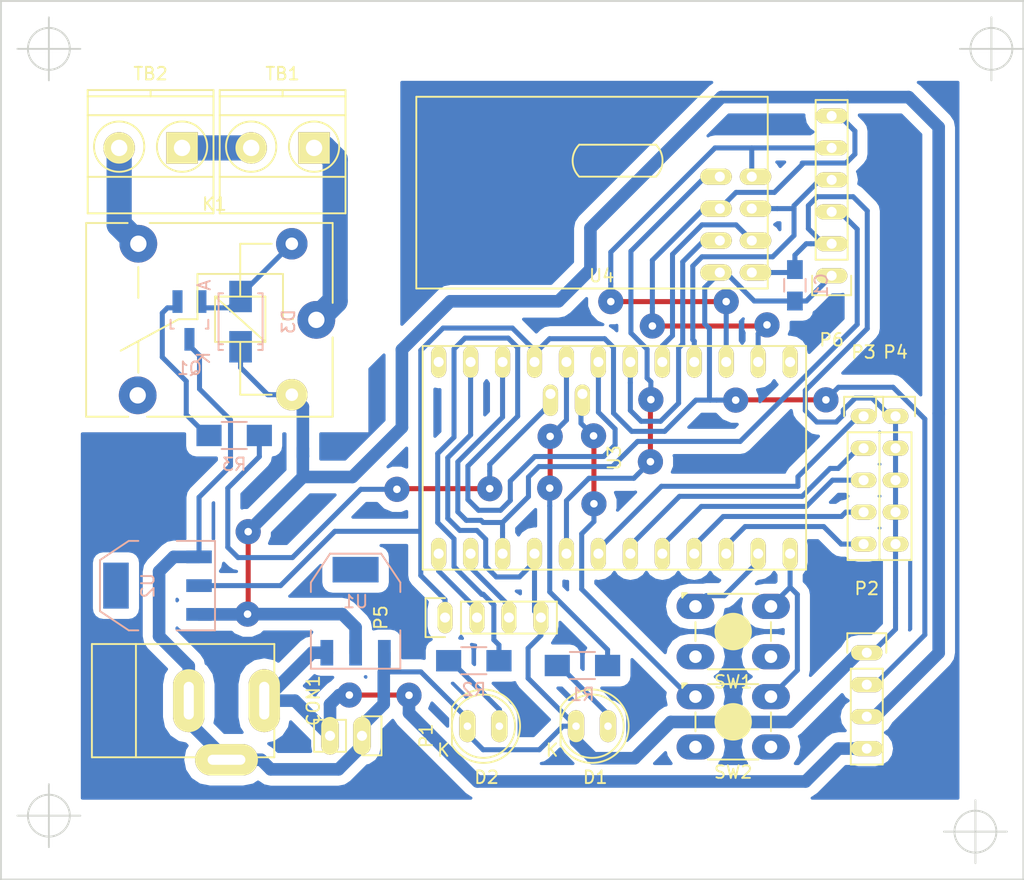
<source format=kicad_pcb>
(kicad_pcb (version 4) (host pcbnew 4.0.2-stable)

  (general
    (links 65)
    (no_connects 0)
    (area 48.184999 38.024999 129.615001 108.025001)
    (thickness 1.6)
    (drawings 8)
    (tracks 416)
    (zones 0)
    (modules 24)
    (nets 35)
  )

  (page A4)
  (layers
    (0 F.Cu signal)
    (31 B.Cu signal)
    (32 B.Adhes user)
    (33 F.Adhes user)
    (34 B.Paste user)
    (35 F.Paste user)
    (36 B.SilkS user)
    (37 F.SilkS user)
    (38 B.Mask user)
    (39 F.Mask user)
    (40 Dwgs.User user)
    (41 Cmts.User user)
    (42 Eco1.User user)
    (43 Eco2.User user)
    (44 Edge.Cuts user)
    (45 Margin user)
    (46 B.CrtYd user)
    (47 F.CrtYd user)
    (48 B.Fab user)
    (49 F.Fab user)
  )

  (setup
    (last_trace_width 0.4)
    (user_trace_width 1)
    (user_trace_width 2)
    (trace_clearance 0.4)
    (zone_clearance 0.8)
    (zone_45_only yes)
    (trace_min 0.4)
    (segment_width 0.2)
    (edge_width 0.15)
    (via_size 1.5)
    (via_drill 0.6)
    (via_min_size 1.5)
    (via_min_drill 0.6)
    (uvia_size 0.3)
    (uvia_drill 0.1)
    (uvias_allowed no)
    (uvia_min_size 0.2)
    (uvia_min_drill 0.1)
    (pcb_text_width 0.3)
    (pcb_text_size 1.5 1.5)
    (mod_edge_width 0.15)
    (mod_text_size 1 1)
    (mod_text_width 0.15)
    (pad_size 1.524 1.524)
    (pad_drill 0.762)
    (pad_to_mask_clearance 0.2)
    (aux_axis_origin 0 0)
    (visible_elements 7FFFFFFF)
    (pcbplotparams
      (layerselection 0x010f0_80000001)
      (usegerberextensions false)
      (excludeedgelayer true)
      (linewidth 0.100000)
      (plotframeref false)
      (viasonmask true)
      (mode 1)
      (useauxorigin false)
      (hpglpennumber 1)
      (hpglpenspeed 20)
      (hpglpendiameter 15)
      (hpglpenoverlay 2)
      (psnegative false)
      (psa4output false)
      (plotreference false)
      (plotvalue false)
      (plotinvisibletext false)
      (padsonsilk false)
      (subtractmaskfromsilk false)
      (outputformat 1)
      (mirror false)
      (drillshape 0)
      (scaleselection 1)
      (outputdirectory gerber))
  )

  (net 0 "")
  (net 1 +12V)
  (net 2 GND)
  (net 3 "Net-(D1-Pad2)")
  (net 4 "Net-(D2-Pad2)")
  (net 5 +5V)
  (net 6 "Net-(D3-Pad2)")
  (net 7 +3V3)
  (net 8 D3)
  (net 9 D4)
  (net 10 D5)
  (net 11 D6)
  (net 12 D7)
  (net 13 TX)
  (net 14 RX)
  (net 15 ~RST~)
  (net 16 SCK)
  (net 17 MISO)
  (net 18 MOSI)
  (net 19 "Net-(Q1-Pad1)")
  (net 20 GRN-LED)
  (net 21 YEL-LED)
  (net 22 RELAY_ON)
  (net 23 COL_1)
  (net 24 ROW_1)
  (net 25 COL_2)
  (net 26 AC_IN)
  (net 27 "Net-(TB1-Pad2)")
  (net 28 AC_OUT)
  (net 29 "Net-(K1-Pad4)")
  (net 30 CE)
  (net 31 CSN)
  (net 32 IRQ)
  (net 33 "Net-(U3-PadRAW)")
  (net 34 "Net-(U3-PadD10)")

  (net_class Default "This is the default net class."
    (clearance 0.4)
    (trace_width 0.4)
    (via_dia 1.5)
    (via_drill 0.6)
    (uvia_dia 0.3)
    (uvia_drill 0.1)
    (add_net +12V)
    (add_net +3V3)
    (add_net +5V)
    (add_net AC_IN)
    (add_net AC_OUT)
    (add_net CE)
    (add_net COL_1)
    (add_net COL_2)
    (add_net CSN)
    (add_net D3)
    (add_net D4)
    (add_net D5)
    (add_net D6)
    (add_net D7)
    (add_net GND)
    (add_net GRN-LED)
    (add_net IRQ)
    (add_net MISO)
    (add_net MOSI)
    (add_net "Net-(D1-Pad2)")
    (add_net "Net-(D2-Pad2)")
    (add_net "Net-(D3-Pad2)")
    (add_net "Net-(K1-Pad4)")
    (add_net "Net-(Q1-Pad1)")
    (add_net "Net-(TB1-Pad2)")
    (add_net "Net-(U3-PadD10)")
    (add_net "Net-(U3-PadRAW)")
    (add_net RELAY_ON)
    (add_net ROW_1)
    (add_net RX)
    (add_net SCK)
    (add_net TX)
    (add_net YEL-LED)
    (add_net ~RST~)
  )

  (module Connect:BARREL_JACK (layer F.Cu) (tedit 5742D6E7) (tstamp 5741A39E)
    (at 62.992 93.726)
    (descr "DC Barrel Jack")
    (tags "Power Jack")
    (path /57411E0D)
    (fp_text reference CON1 (at 10.09904 0 90) (layer F.SilkS)
      (effects (font (size 1 1) (thickness 0.15)))
    )
    (fp_text value POWER_IN (at 0 -5.99948) (layer F.Fab)
      (effects (font (size 1 1) (thickness 0.15)))
    )
    (fp_line (start -4.0005 -4.50088) (end -4.0005 4.50088) (layer F.SilkS) (width 0.15))
    (fp_line (start -7.50062 -4.50088) (end -7.50062 4.50088) (layer F.SilkS) (width 0.15))
    (fp_line (start -7.50062 4.50088) (end 7.00024 4.50088) (layer F.SilkS) (width 0.15))
    (fp_line (start 7.00024 4.50088) (end 7.00024 -4.50088) (layer F.SilkS) (width 0.15))
    (fp_line (start 7.00024 -4.50088) (end -7.50062 -4.50088) (layer F.SilkS) (width 0.15))
    (pad 1 thru_hole oval (at 6.20014 0) (size 2.5 5) (drill oval 0.8 3) (layers *.Cu *.Mask F.SilkS)
      (net 1 +12V))
    (pad 2 thru_hole oval (at 0.20066 0) (size 2.5 5) (drill oval 0.8 3) (layers *.Cu *.Mask F.SilkS)
      (net 2 GND))
    (pad 3 thru_hole oval (at 3.2004 4.699 90) (size 2.5 5) (drill oval 0.8 3) (layers *.Cu *.Mask F.SilkS)
      (net 2 GND))
  )

  (module Buttons_Switches_ThroughHole:SW_TH_Tactile_Omron_B3F-10xx (layer F.Cu) (tedit 574291EC) (tstamp 57428F59)
    (at 103.474 93.409)
    (descr SW_TH_Tactile_Omron_B3F-10xx)
    (tags "Omron B3F-10xx")
    (path /57412CA9)
    (fp_text reference SW2 (at 3 6) (layer F.SilkS)
      (effects (font (size 1 1) (thickness 0.15)))
    )
    (fp_text value KEY_2 (at 2.95 -2.05) (layer F.Fab)
      (effects (font (size 1 1) (thickness 0.15)))
    )
    (fp_line (start -0.95 -1) (end -0.95 -0.9) (layer F.SilkS) (width 0.15))
    (fp_line (start -1.05 -1.05) (end -0.7 -1.05) (layer F.SilkS) (width 0.15))
    (fp_arc (start 0 0) (end -1.05 -0.7) (angle 22.61986495) (layer F.SilkS) (width 0.15))
    (fp_line (start -1.05 -1.05) (end -1.05 -0.7) (layer F.SilkS) (width 0.15))
    (fp_line (start 7.15 -1.15) (end 0.45 -1.15) (layer F.CrtYd) (width 0.05))
    (fp_line (start 7.15 5.15) (end 7.15 -1.15) (layer F.CrtYd) (width 0.05))
    (fp_line (start -1.15 5.15) (end 7.15 5.15) (layer F.CrtYd) (width 0.05))
    (fp_line (start -1.15 0) (end -1.15 5.15) (layer F.CrtYd) (width 0.05))
    (fp_line (start -1.15 -1.15) (end 0.45 -1.15) (layer F.CrtYd) (width 0.05))
    (fp_line (start -1.15 0) (end -1.15 -1.15) (layer F.CrtYd) (width 0.05))
    (fp_circle (center 3 2) (end 4 3) (layer F.SilkS) (width 0.15))
    (fp_line (start 1 5) (end 5 5) (layer F.SilkS) (width 0.15))
    (fp_line (start 1 -1) (end 5 -1) (layer F.SilkS) (width 0.15))
    (fp_line (start 0 2.75) (end 0 1.25) (layer F.SilkS) (width 0.15))
    (fp_line (start 6 1.25) (end 6 2.75) (layer F.SilkS) (width 0.15))
    (fp_line (start 0 2) (end 0 2) (layer F.SilkS) (width 0))
    (fp_line (start 5 5) (end 1 5) (layer F.SilkS) (width 0))
    (fp_line (start 5 -1) (end 1 -1) (layer F.SilkS) (width 0))
    (fp_line (start 6 2) (end 6 2) (layer F.SilkS) (width 0))
    (fp_circle (center 3 2) (end 4 3) (layer F.SilkS) (width 0))
    (pad 4 thru_hole oval (at 6 4) (size 3 2) (drill 1) (layers *.Cu *.Mask))
    (pad 3 thru_hole oval (at 0 4) (size 3 2) (drill 1) (layers *.Cu *.Mask))
    (pad 2 thru_hole oval (at 6 0) (size 3 2) (drill 1) (layers *.Cu *.Mask)
      (net 24 ROW_1))
    (pad 1 thru_hole oval (at 0 0) (size 3 2) (drill 1) (layers *.Cu *.Mask)
      (net 25 COL_2))
  )

  (module Buttons_Switches_ThroughHole:SW_TH_Tactile_Omron_B3F-10xx (layer F.Cu) (tedit 5742915D) (tstamp 57428ECF)
    (at 103.474 86.233)
    (descr SW_TH_Tactile_Omron_B3F-10xx)
    (tags "Omron B3F-10xx")
    (path /57412A74)
    (fp_text reference SW1 (at 3 6) (layer F.SilkS)
      (effects (font (size 1 1) (thickness 0.15)))
    )
    (fp_text value KEY_1 (at 2.95 -2.05) (layer F.Fab)
      (effects (font (size 1 1) (thickness 0.15)))
    )
    (fp_line (start -0.95 -1) (end -0.95 -0.9) (layer F.SilkS) (width 0.15))
    (fp_line (start -1.05 -1.05) (end -0.7 -1.05) (layer F.SilkS) (width 0.15))
    (fp_arc (start 0 0) (end -1.05 -0.7) (angle 22.61986495) (layer F.SilkS) (width 0.15))
    (fp_line (start -1.05 -1.05) (end -1.05 -0.7) (layer F.SilkS) (width 0.15))
    (fp_line (start 7.15 -1.15) (end 0.45 -1.15) (layer F.CrtYd) (width 0.05))
    (fp_line (start 7.15 5.15) (end 7.15 -1.15) (layer F.CrtYd) (width 0.05))
    (fp_line (start -1.15 5.15) (end 7.15 5.15) (layer F.CrtYd) (width 0.05))
    (fp_line (start -1.15 0) (end -1.15 5.15) (layer F.CrtYd) (width 0.05))
    (fp_line (start -1.15 -1.15) (end 0.45 -1.15) (layer F.CrtYd) (width 0.05))
    (fp_line (start -1.15 0) (end -1.15 -1.15) (layer F.CrtYd) (width 0.05))
    (fp_circle (center 3 2) (end 4 3) (layer F.SilkS) (width 0.15))
    (fp_line (start 1 5) (end 5 5) (layer F.SilkS) (width 0.15))
    (fp_line (start 1 -1) (end 5 -1) (layer F.SilkS) (width 0.15))
    (fp_line (start 0 2.75) (end 0 1.25) (layer F.SilkS) (width 0.15))
    (fp_line (start 6 1.25) (end 6 2.75) (layer F.SilkS) (width 0.15))
    (fp_line (start 0 2) (end 0 2) (layer F.SilkS) (width 0))
    (fp_line (start 5 5) (end 1 5) (layer F.SilkS) (width 0))
    (fp_line (start 5 -1) (end 1 -1) (layer F.SilkS) (width 0))
    (fp_line (start 6 2) (end 6 2) (layer F.SilkS) (width 0))
    (fp_circle (center 3 2) (end 4 3) (layer F.SilkS) (width 0))
    (pad 4 thru_hole oval (at 6 4) (size 3 2) (drill 1) (layers *.Cu *.Mask))
    (pad 3 thru_hole oval (at 0 4) (size 3 2) (drill 1) (layers *.Cu *.Mask))
    (pad 2 thru_hole oval (at 6 0) (size 3 2) (drill 1) (layers *.Cu *.Mask)
      (net 24 ROW_1))
    (pad 1 thru_hole oval (at 0 0) (size 3 2) (drill 1) (layers *.Cu *.Mask)
      (net 23 COL_1))
  )

  (module LEDs:LED-5MM placed (layer F.Cu) (tedit 574288EB) (tstamp 5741A3B6)
    (at 85.344 95.758)
    (descr "LED 5mm round vertical")
    (tags "LED 5mm round vertical")
    (path /574125A8)
    (fp_text reference D2 (at 1.524 4.064) (layer F.SilkS)
      (effects (font (size 1 1) (thickness 0.15)))
    )
    (fp_text value YELLOW (at 1.524 -3.937) (layer F.Fab)
      (effects (font (size 1 1) (thickness 0.15)))
    )
    (fp_line (start -1.5 -1.55) (end -1.5 1.55) (layer F.CrtYd) (width 0.05))
    (fp_arc (start 1.3 0) (end -1.5 1.55) (angle -302) (layer F.CrtYd) (width 0.05))
    (fp_arc (start 1.27 0) (end -1.23 -1.5) (angle 297.5) (layer F.SilkS) (width 0.15))
    (fp_line (start -1.23 1.5) (end -1.23 -1.5) (layer F.SilkS) (width 0.15))
    (fp_circle (center 1.27 0) (end 0.97 -2.5) (layer F.SilkS) (width 0.15))
    (fp_text user K (at -1.905 1.905) (layer F.SilkS)
      (effects (font (size 1 1) (thickness 0.15)))
    )
    (pad 1 thru_hole oval (at 0 0) (size 1.3 2.54) (drill 0.6) (layers *.Cu *.Mask F.SilkS)
      (net 2 GND))
    (pad 2 thru_hole oval (at 2.54 0) (size 1.3 2.54) (drill 0.6) (layers *.Cu *.Mask F.SilkS)
      (net 4 "Net-(D2-Pad2)"))
    (model LEDs.3dshapes/LED-5MM.wrl
      (at (xyz 0.05 0 0))
      (scale (xyz 1 1 1))
      (rotate (xyz 0 0 90))
    )
  )

  (module LEDs:LED-5MM placed (layer F.Cu) (tedit 5742885A) (tstamp 5741A3AA)
    (at 93.98 95.758)
    (descr "LED 5mm round vertical")
    (tags "LED 5mm round vertical")
    (path /57412534)
    (fp_text reference D1 (at 1.524 4.064) (layer F.SilkS)
      (effects (font (size 1 1) (thickness 0.15)))
    )
    (fp_text value GREEN (at 1.524 -3.937) (layer F.Fab)
      (effects (font (size 1 1) (thickness 0.15)))
    )
    (fp_line (start -1.5 -1.55) (end -1.5 1.55) (layer F.CrtYd) (width 0.05))
    (fp_arc (start 1.3 0) (end -1.5 1.55) (angle -302) (layer F.CrtYd) (width 0.05))
    (fp_arc (start 1.27 0) (end -1.23 -1.5) (angle 297.5) (layer F.SilkS) (width 0.15))
    (fp_line (start -1.23 1.5) (end -1.23 -1.5) (layer F.SilkS) (width 0.15))
    (fp_circle (center 1.27 0) (end 0.97 -2.5) (layer F.SilkS) (width 0.15))
    (fp_text user K (at -1.905 1.905) (layer F.SilkS)
      (effects (font (size 1 1) (thickness 0.15)))
    )
    (pad 1 thru_hole oval (at 0 0 90) (size 2.54 1.3) (drill 0.6) (layers *.Cu *.Mask F.SilkS)
      (net 2 GND))
    (pad 2 thru_hole oval (at 2.54 0) (size 1.3 2.54) (drill 0.6) (layers *.Cu *.Mask F.SilkS)
      (net 3 "Net-(D1-Pad2)"))
    (model LEDs.3dshapes/LED-5MM.wrl
      (at (xyz 0.05 0 0))
      (scale (xyz 1 1 1))
      (rotate (xyz 0 0 90))
    )
  )

  (module TO_SOT_Packages_SMD:SOT-223 placed (layer B.Cu) (tedit 0) (tstamp 5741A447)
    (at 76.454 86.614 180)
    (descr "module CMS SOT223 4 pins")
    (tags "CMS SOT")
    (path /57412096)
    (attr smd)
    (fp_text reference U1 (at 0 0.762 180) (layer B.SilkS)
      (effects (font (size 1 1) (thickness 0.15)) (justify mirror))
    )
    (fp_text value LD1117S50TR (at 0 -0.762 180) (layer B.Fab)
      (effects (font (size 1 1) (thickness 0.15)) (justify mirror))
    )
    (fp_line (start -3.556 -1.524) (end -3.556 -4.572) (layer B.SilkS) (width 0.15))
    (fp_line (start -3.556 -4.572) (end 3.556 -4.572) (layer B.SilkS) (width 0.15))
    (fp_line (start 3.556 -4.572) (end 3.556 -1.524) (layer B.SilkS) (width 0.15))
    (fp_line (start -3.556 1.524) (end -3.556 2.286) (layer B.SilkS) (width 0.15))
    (fp_line (start -3.556 2.286) (end -2.032 4.572) (layer B.SilkS) (width 0.15))
    (fp_line (start -2.032 4.572) (end 2.032 4.572) (layer B.SilkS) (width 0.15))
    (fp_line (start 2.032 4.572) (end 3.556 2.286) (layer B.SilkS) (width 0.15))
    (fp_line (start 3.556 2.286) (end 3.556 1.524) (layer B.SilkS) (width 0.15))
    (pad 4 smd rect (at 0 3.302 180) (size 3.6576 2.032) (layers B.Cu B.Paste B.Mask))
    (pad 2 smd rect (at 0 -3.302 180) (size 1.016 2.032) (layers B.Cu B.Paste B.Mask)
      (net 5 +5V))
    (pad 3 smd rect (at 2.286 -3.302 180) (size 1.016 2.032) (layers B.Cu B.Paste B.Mask)
      (net 1 +12V))
    (pad 1 smd rect (at -2.286 -3.302 180) (size 1.016 2.032) (layers B.Cu B.Paste B.Mask)
      (net 2 GND))
    (model TO_SOT_Packages_SMD.3dshapes/SOT-223.wrl
      (at (xyz 0 0 0))
      (scale (xyz 0.4 0.4 0.4))
      (rotate (xyz 0 0 0))
    )
  )

  (module Nrf_Module:Nrf2401+ (layer F.Cu) (tedit 574285AD) (tstamp 5741FA3E)
    (at 107.95 59.69 180)
    (tags nrf24)
    (path /57414AAF)
    (attr smd)
    (fp_text reference U4 (at 11.938 -0.254 360) (layer F.SilkS)
      (effects (font (size 1 1) (thickness 0.15)))
    )
    (fp_text value Nrf2401+ (at 11.43 -3.81 360) (layer F.Fab)
      (effects (font (size 1 1) (thickness 0.15)))
    )
    (fp_line (start 7.62 10.16) (end 13.716 10.16) (layer F.SilkS) (width 0.15))
    (fp_line (start 7.62 7.62) (end 13.716 7.62) (layer F.SilkS) (width 0.15))
    (fp_arc (start 12.446 8.89) (end 13.716 7.62) (angle 90) (layer F.SilkS) (width 0.15))
    (fp_arc (start 8.89 8.89) (end 7.62 10.16) (angle 90) (layer F.SilkS) (width 0.15))
    (fp_line (start -1.27 13.97) (end 26.67 13.97) (layer F.SilkS) (width 0.15))
    (fp_line (start 26.67 13.97) (end 26.67 -1.27) (layer F.SilkS) (width 0.15))
    (fp_line (start -1.27 -1.27) (end -1.27 13.97) (layer F.SilkS) (width 0.15))
    (fp_line (start -1.27 -1.27) (end 26.67 -1.27) (layer F.SilkS) (width 0.15))
    (pad 1 thru_hole oval (at 0 0 180) (size 2.5 1.3) (drill 0.8 (offset -0.3 0)) (layers *.Cu *.Mask F.SilkS)
      (net 2 GND))
    (pad 3 thru_hole oval (at 0 2.54 180) (size 2.5 1.3) (drill 0.8 (offset -0.3 0)) (layers *.Cu *.Mask F.SilkS)
      (net 30 CE))
    (pad 2 thru_hole oval (at 2.54 0) (size 2.5 1.3) (drill 0.8 (offset -0.3 0)) (layers *.Cu *.Mask F.SilkS)
      (net 7 +3V3))
    (pad 4 thru_hole oval (at 2.54 2.54) (size 2.5 1.3) (drill 0.8 (offset -0.3 0)) (layers *.Cu *.Mask F.SilkS)
      (net 31 CSN))
    (pad 5 thru_hole oval (at 0 5.08 180) (size 2.5 1.3) (drill 0.8 (offset -0.3 0)) (layers *.Cu *.Mask F.SilkS)
      (net 16 SCK))
    (pad 6 thru_hole oval (at 2.54 5.08) (size 2.5 1.3) (drill 0.8 (offset -0.3 0)) (layers *.Cu *.Mask F.SilkS)
      (net 18 MOSI))
    (pad 7 thru_hole oval (at 0 7.62 180) (size 2.5 1.3) (drill 0.8 (offset -0.3 0)) (layers *.Cu *.Mask F.SilkS)
      (net 17 MISO))
    (pad 8 thru_hole oval (at 2.54 7.62) (size 2.5 1.3) (drill 0.8 (offset -0.3 0)) (layers *.Cu *.Mask F.SilkS)
      (net 32 IRQ))
  )

  (module Pin_Headers:Pin_Header_Straight_1x04 (layer F.Cu) (tedit 574283F2) (tstamp 5741A3E4)
    (at 83.566 87.122 90)
    (descr "Through hole pin header")
    (tags "pin header")
    (path /57413231)
    (fp_text reference P5 (at 0 -5.1 90) (layer F.SilkS)
      (effects (font (size 1 1) (thickness 0.15)))
    )
    (fp_text value UART (at 0 -3.1 90) (layer F.Fab)
      (effects (font (size 1 1) (thickness 0.15)))
    )
    (fp_line (start -1.75 -1.75) (end -1.75 9.4) (layer F.CrtYd) (width 0.05))
    (fp_line (start 1.75 -1.75) (end 1.75 9.4) (layer F.CrtYd) (width 0.05))
    (fp_line (start -1.75 -1.75) (end 1.75 -1.75) (layer F.CrtYd) (width 0.05))
    (fp_line (start -1.75 9.4) (end 1.75 9.4) (layer F.CrtYd) (width 0.05))
    (fp_line (start -1.27 1.27) (end -1.27 8.89) (layer F.SilkS) (width 0.15))
    (fp_line (start 1.27 1.27) (end 1.27 8.89) (layer F.SilkS) (width 0.15))
    (fp_line (start 1.55 -1.55) (end 1.55 0) (layer F.SilkS) (width 0.15))
    (fp_line (start -1.27 8.89) (end 1.27 8.89) (layer F.SilkS) (width 0.15))
    (fp_line (start 1.27 1.27) (end -1.27 1.27) (layer F.SilkS) (width 0.15))
    (fp_line (start -1.55 0) (end -1.55 -1.55) (layer F.SilkS) (width 0.15))
    (fp_line (start -1.55 -1.55) (end 1.55 -1.55) (layer F.SilkS) (width 0.15))
    (pad 1 thru_hole oval (at 0 0 90) (size 2.5 1.2) (drill 0.8) (layers *.Cu *.Mask F.SilkS)
      (net 7 +3V3))
    (pad 2 thru_hole oval (at 0 2.54 90) (size 2.5 1.2) (drill 0.8) (layers *.Cu *.Mask F.SilkS)
      (net 13 TX))
    (pad 3 thru_hole oval (at 0 5.08 90) (size 2.5 1.2) (drill 0.8) (layers *.Cu *.Mask F.SilkS)
      (net 14 RX))
    (pad 4 thru_hole oval (at 0 7.62 90) (size 2.5 1.2) (drill 0.8) (layers *.Cu *.Mask F.SilkS)
      (net 2 GND))
    (model Pin_Headers.3dshapes/Pin_Header_Straight_1x04.wrl
      (at (xyz 0 -0.15 0))
      (scale (xyz 1 1 1))
      (rotate (xyz 0 0 90))
    )
  )

  (module Pin_Headers:Pin_Header_Straight_1x06 placed (layer F.Cu) (tedit 57428163) (tstamp 5741A3EE)
    (at 114.3 59.944 180)
    (descr "Through hole pin header")
    (tags "pin header")
    (path /57413663)
    (fp_text reference P6 (at 0 -5.1 180) (layer F.SilkS)
      (effects (font (size 1 1) (thickness 0.15)))
    )
    (fp_text value ICSP (at 0 -3.1 180) (layer F.Fab)
      (effects (font (size 1 1) (thickness 0.15)))
    )
    (fp_line (start -1.75 -1.75) (end -1.75 14.45) (layer F.CrtYd) (width 0.05))
    (fp_line (start 1.75 -1.75) (end 1.75 14.45) (layer F.CrtYd) (width 0.05))
    (fp_line (start -1.75 -1.75) (end 1.75 -1.75) (layer F.CrtYd) (width 0.05))
    (fp_line (start -1.75 14.45) (end 1.75 14.45) (layer F.CrtYd) (width 0.05))
    (fp_line (start 1.27 1.27) (end 1.27 13.97) (layer F.SilkS) (width 0.15))
    (fp_line (start 1.27 13.97) (end -1.27 13.97) (layer F.SilkS) (width 0.15))
    (fp_line (start -1.27 13.97) (end -1.27 1.27) (layer F.SilkS) (width 0.15))
    (fp_line (start 1.55 -1.55) (end 1.55 0) (layer F.SilkS) (width 0.15))
    (fp_line (start 1.27 1.27) (end -1.27 1.27) (layer F.SilkS) (width 0.15))
    (fp_line (start -1.55 0) (end -1.55 -1.55) (layer F.SilkS) (width 0.15))
    (fp_line (start -1.55 -1.55) (end 1.55 -1.55) (layer F.SilkS) (width 0.15))
    (pad 1 thru_hole oval (at 0 0 180) (size 2.5 1.2) (drill 0.8) (layers *.Cu *.Mask F.SilkS)
      (net 7 +3V3))
    (pad 2 thru_hole oval (at 0 2.54 180) (size 2.5 1.2) (drill 0.8) (layers *.Cu *.Mask F.SilkS)
      (net 2 GND))
    (pad 3 thru_hole oval (at 0 5.08 180) (size 2.5 1.2) (drill 0.8) (layers *.Cu *.Mask F.SilkS)
      (net 15 ~RST~))
    (pad 4 thru_hole oval (at 0 7.62 180) (size 2.5 1.2) (drill 0.8) (layers *.Cu *.Mask F.SilkS)
      (net 16 SCK))
    (pad 5 thru_hole oval (at 0 10.16 180) (size 2.5 1.2) (drill 0.8) (layers *.Cu *.Mask F.SilkS)
      (net 17 MISO))
    (pad 6 thru_hole oval (at 0 12.7 180) (size 2.5 1.2) (drill 0.8) (layers *.Cu *.Mask F.SilkS)
      (net 18 MOSI))
    (model Pin_Headers.3dshapes/Pin_Header_Straight_1x06.wrl
      (at (xyz 0 -0.25 0))
      (scale (xyz 1 1 1))
      (rotate (xyz 0 0 90))
    )
  )

  (module Pin_Headers:Pin_Header_Straight_1x04 (layer F.Cu) (tedit 57427AB5) (tstamp 5741A3CA)
    (at 117.094 89.916)
    (descr "Through hole pin header")
    (tags "pin header")
    (path /57413B22)
    (fp_text reference P2 (at 0 -5.1) (layer F.SilkS)
      (effects (font (size 1 1) (thickness 0.15)))
    )
    (fp_text value POWER (at 0 -3.1) (layer F.Fab)
      (effects (font (size 1 1) (thickness 0.15)))
    )
    (fp_line (start -1.75 -1.75) (end -1.75 9.4) (layer F.CrtYd) (width 0.05))
    (fp_line (start 1.75 -1.75) (end 1.75 9.4) (layer F.CrtYd) (width 0.05))
    (fp_line (start -1.75 -1.75) (end 1.75 -1.75) (layer F.CrtYd) (width 0.05))
    (fp_line (start -1.75 9.4) (end 1.75 9.4) (layer F.CrtYd) (width 0.05))
    (fp_line (start -1.27 1.27) (end -1.27 8.89) (layer F.SilkS) (width 0.15))
    (fp_line (start 1.27 1.27) (end 1.27 8.89) (layer F.SilkS) (width 0.15))
    (fp_line (start 1.55 -1.55) (end 1.55 0) (layer F.SilkS) (width 0.15))
    (fp_line (start -1.27 8.89) (end 1.27 8.89) (layer F.SilkS) (width 0.15))
    (fp_line (start 1.27 1.27) (end -1.27 1.27) (layer F.SilkS) (width 0.15))
    (fp_line (start -1.55 0) (end -1.55 -1.55) (layer F.SilkS) (width 0.15))
    (fp_line (start -1.55 -1.55) (end 1.55 -1.55) (layer F.SilkS) (width 0.15))
    (pad 1 thru_hole oval (at 0 0) (size 2.5 1.2) (drill 0.8) (layers *.Cu *.Mask F.SilkS)
      (net 2 GND))
    (pad 2 thru_hole oval (at 0 2.54) (size 2.5 1.2) (drill 0.8) (layers *.Cu *.Mask F.SilkS)
      (net 7 +3V3))
    (pad 3 thru_hole oval (at 0 5.08) (size 2.5 1.2) (drill 0.8) (layers *.Cu *.Mask F.SilkS)
      (net 5 +5V))
    (pad 4 thru_hole oval (at 0 7.62) (size 2.5 1.2) (drill 0.8) (layers *.Cu *.Mask F.SilkS)
      (net 1 +12V))
    (model Pin_Headers.3dshapes/Pin_Header_Straight_1x04.wrl
      (at (xyz 0 -0.15 0))
      (scale (xyz 1 1 1))
      (rotate (xyz 0 0 90))
    )
  )

  (module Pin_Headers:Pin_Header_Straight_1x05 (layer F.Cu) (tedit 57415B57) (tstamp 5741A3DC)
    (at 119.38 71.12)
    (descr "Through hole pin header")
    (tags "pin header")
    (path /574142B1)
    (fp_text reference P4 (at 0 -5.1) (layer F.SilkS)
      (effects (font (size 1 1) (thickness 0.15)))
    )
    (fp_text value OUT_PORT_GND (at 0 -3.1) (layer F.Fab)
      (effects (font (size 1 1) (thickness 0.15)))
    )
    (fp_line (start -1.55 0) (end -1.55 -1.55) (layer F.SilkS) (width 0.15))
    (fp_line (start -1.55 -1.55) (end 1.55 -1.55) (layer F.SilkS) (width 0.15))
    (fp_line (start 1.55 -1.55) (end 1.55 0) (layer F.SilkS) (width 0.15))
    (fp_line (start -1.75 -1.75) (end -1.75 11.95) (layer F.CrtYd) (width 0.05))
    (fp_line (start 1.75 -1.75) (end 1.75 11.95) (layer F.CrtYd) (width 0.05))
    (fp_line (start -1.75 -1.75) (end 1.75 -1.75) (layer F.CrtYd) (width 0.05))
    (fp_line (start -1.75 11.95) (end 1.75 11.95) (layer F.CrtYd) (width 0.05))
    (fp_line (start 1.27 1.27) (end 1.27 11.43) (layer F.SilkS) (width 0.15))
    (fp_line (start 1.27 11.43) (end -1.27 11.43) (layer F.SilkS) (width 0.15))
    (fp_line (start -1.27 11.43) (end -1.27 1.27) (layer F.SilkS) (width 0.15))
    (fp_line (start 1.27 1.27) (end -1.27 1.27) (layer F.SilkS) (width 0.15))
    (pad 1 thru_hole oval (at 0 0) (size 2.032 1.2) (drill 0.8) (layers *.Cu *.Mask F.SilkS)
      (net 2 GND))
    (pad 2 thru_hole oval (at 0 2.54) (size 2.032 1.2) (drill 0.8) (layers *.Cu *.Mask F.SilkS)
      (net 2 GND))
    (pad 3 thru_hole oval (at 0 5.08) (size 2.032 1.2) (drill 0.8) (layers *.Cu *.Mask F.SilkS)
      (net 2 GND))
    (pad 4 thru_hole oval (at 0 7.62) (size 2.032 1.2) (drill 0.8) (layers *.Cu *.Mask F.SilkS)
      (net 2 GND))
    (pad 5 thru_hole oval (at 0 10.16) (size 2.032 1.2) (drill 0.8) (layers *.Cu *.Mask F.SilkS)
      (net 2 GND))
    (model Pin_Headers.3dshapes/Pin_Header_Straight_1x05.wrl
      (at (xyz 0 -0.2 0))
      (scale (xyz 1 1 1))
      (rotate (xyz 0 0 90))
    )
  )

  (module Pin_Headers:Pin_Header_Straight_1x05 (layer F.Cu) (tedit 57415B19) (tstamp 5741A3D3)
    (at 116.84 71.12)
    (descr "Through hole pin header")
    (tags "pin header")
    (path /57413F17)
    (fp_text reference P3 (at 0 -5.1) (layer F.SilkS)
      (effects (font (size 1 1) (thickness 0.15)))
    )
    (fp_text value OUT_PORT (at 0 -3.1) (layer F.Fab)
      (effects (font (size 1 1) (thickness 0.15)))
    )
    (fp_line (start -1.55 0) (end -1.55 -1.55) (layer F.SilkS) (width 0.15))
    (fp_line (start -1.55 -1.55) (end 1.55 -1.55) (layer F.SilkS) (width 0.15))
    (fp_line (start 1.55 -1.55) (end 1.55 0) (layer F.SilkS) (width 0.15))
    (fp_line (start -1.75 -1.75) (end -1.75 11.95) (layer F.CrtYd) (width 0.05))
    (fp_line (start 1.75 -1.75) (end 1.75 11.95) (layer F.CrtYd) (width 0.05))
    (fp_line (start -1.75 -1.75) (end 1.75 -1.75) (layer F.CrtYd) (width 0.05))
    (fp_line (start -1.75 11.95) (end 1.75 11.95) (layer F.CrtYd) (width 0.05))
    (fp_line (start 1.27 1.27) (end 1.27 11.43) (layer F.SilkS) (width 0.15))
    (fp_line (start 1.27 11.43) (end -1.27 11.43) (layer F.SilkS) (width 0.15))
    (fp_line (start -1.27 11.43) (end -1.27 1.27) (layer F.SilkS) (width 0.15))
    (fp_line (start 1.27 1.27) (end -1.27 1.27) (layer F.SilkS) (width 0.15))
    (pad 1 thru_hole oval (at 0 0) (size 2.032 1.2) (drill 0.8) (layers *.Cu *.Mask F.SilkS)
      (net 8 D3))
    (pad 2 thru_hole oval (at 0 2.54) (size 2.032 1.2) (drill 0.8) (layers *.Cu *.Mask F.SilkS)
      (net 9 D4))
    (pad 3 thru_hole oval (at 0 5.08) (size 2.032 1.2) (drill 0.8) (layers *.Cu *.Mask F.SilkS)
      (net 10 D5))
    (pad 4 thru_hole oval (at 0 7.62) (size 2.032 1.2) (drill 0.8) (layers *.Cu *.Mask F.SilkS)
      (net 11 D6))
    (pad 5 thru_hole oval (at 0 10.16) (size 2.032 1.2) (drill 0.8) (layers *.Cu *.Mask F.SilkS)
      (net 12 D7))
    (model Pin_Headers.3dshapes/Pin_Header_Straight_1x05.wrl
      (at (xyz 0 -0.2 0))
      (scale (xyz 1 1 1))
      (rotate (xyz 0 0 90))
    )
  )

  (module Pin_Headers:Pin_Header_Straight_1x02 (layer F.Cu) (tedit 573EE860) (tstamp 5741A3C2)
    (at 76.962 96.52 270)
    (descr "Through hole pin header")
    (tags "pin header")
    (path /57411DB7)
    (fp_text reference P1 (at 0 -5.1 270) (layer F.SilkS)
      (effects (font (size 1 1) (thickness 0.15)))
    )
    (fp_text value POWER_IN (at 0 -3.1 270) (layer F.Fab)
      (effects (font (size 1 1) (thickness 0.15)))
    )
    (fp_line (start 1.27 1.27) (end 1.27 3.81) (layer F.SilkS) (width 0.15))
    (fp_line (start 1.55 -1.55) (end 1.55 0) (layer F.SilkS) (width 0.15))
    (fp_line (start -1.75 -1.75) (end -1.75 4.3) (layer F.CrtYd) (width 0.05))
    (fp_line (start 1.75 -1.75) (end 1.75 4.3) (layer F.CrtYd) (width 0.05))
    (fp_line (start -1.75 -1.75) (end 1.75 -1.75) (layer F.CrtYd) (width 0.05))
    (fp_line (start -1.75 4.3) (end 1.75 4.3) (layer F.CrtYd) (width 0.05))
    (fp_line (start 1.27 1.27) (end -1.27 1.27) (layer F.SilkS) (width 0.15))
    (fp_line (start -1.55 0) (end -1.55 -1.55) (layer F.SilkS) (width 0.15))
    (fp_line (start -1.55 -1.55) (end 1.55 -1.55) (layer F.SilkS) (width 0.15))
    (fp_line (start -1.27 1.27) (end -1.27 3.81) (layer F.SilkS) (width 0.15))
    (fp_line (start -1.27 3.81) (end 1.27 3.81) (layer F.SilkS) (width 0.15))
    (pad 1 thru_hole oval (at 0 0 270) (size 3 1.4) (drill 0.8) (layers *.Cu *.Mask F.SilkS)
      (net 2 GND))
    (pad 2 thru_hole oval (at 0 2.54 270) (size 3 1.4) (drill 0.8) (layers *.Cu *.Mask F.SilkS)
      (net 1 +12V))
    (model Pin_Headers.3dshapes/Pin_Header_Straight_1x02.wrl
      (at (xyz 0 -0.05 0))
      (scale (xyz 1 1 1))
      (rotate (xyz 0 0 90))
    )
  )

  (module Terminal_Blocks:TerminalBlock_Pheonix_MKDS1.5-2pol (layer F.Cu) (tedit 563007E4) (tstamp 5741A42B)
    (at 73.152 49.784 180)
    (descr "2-way 5mm pitch terminal block, Phoenix MKDS series")
    (path /57413E7E)
    (fp_text reference TB1 (at 2.5 5.9 180) (layer F.SilkS)
      (effects (font (size 1 1) (thickness 0.15)))
    )
    (fp_text value AC (at 2.5 -6.6 180) (layer F.Fab)
      (effects (font (size 1 1) (thickness 0.15)))
    )
    (fp_line (start -2.7 -5.4) (end 7.7 -5.4) (layer F.CrtYd) (width 0.05))
    (fp_line (start -2.7 4.8) (end -2.7 -5.4) (layer F.CrtYd) (width 0.05))
    (fp_line (start 7.7 4.8) (end -2.7 4.8) (layer F.CrtYd) (width 0.05))
    (fp_line (start 7.7 -5.4) (end 7.7 4.8) (layer F.CrtYd) (width 0.05))
    (fp_line (start 2.5 4.1) (end 2.5 4.6) (layer F.SilkS) (width 0.15))
    (fp_circle (center 5 0.1) (end 3 0.1) (layer F.SilkS) (width 0.15))
    (fp_circle (center 0 0.1) (end 2 0.1) (layer F.SilkS) (width 0.15))
    (fp_line (start -2.5 2.6) (end 7.5 2.6) (layer F.SilkS) (width 0.15))
    (fp_line (start -2.5 -2.3) (end 7.5 -2.3) (layer F.SilkS) (width 0.15))
    (fp_line (start -2.5 4.1) (end 7.5 4.1) (layer F.SilkS) (width 0.15))
    (fp_line (start -2.5 4.6) (end 7.5 4.6) (layer F.SilkS) (width 0.15))
    (fp_line (start 7.5 4.6) (end 7.5 -5.2) (layer F.SilkS) (width 0.15))
    (fp_line (start 7.5 -5.2) (end -2.5 -5.2) (layer F.SilkS) (width 0.15))
    (fp_line (start -2.5 -5.2) (end -2.5 4.6) (layer F.SilkS) (width 0.15))
    (pad 1 thru_hole rect (at 0 0 180) (size 2.5 2.5) (drill 1.3) (layers *.Cu *.Mask F.SilkS)
      (net 26 AC_IN))
    (pad 2 thru_hole circle (at 5 0 180) (size 2.5 2.5) (drill 1.3) (layers *.Cu *.Mask F.SilkS)
      (net 27 "Net-(TB1-Pad2)"))
    (model Terminal_Blocks.3dshapes/TerminalBlock_Pheonix_MKDS1.5-2pol.wrl
      (at (xyz 0.0984 0 0))
      (scale (xyz 1 1 1))
      (rotate (xyz 0 0 0))
    )
  )

  (module Terminal_Blocks:TerminalBlock_Pheonix_MKDS1.5-2pol (layer F.Cu) (tedit 563007E4) (tstamp 5741A43F)
    (at 62.658 49.784 180)
    (descr "2-way 5mm pitch terminal block, Phoenix MKDS series")
    (path /57413F9E)
    (fp_text reference TB2 (at 2.5 5.9 180) (layer F.SilkS)
      (effects (font (size 1 1) (thickness 0.15)))
    )
    (fp_text value AC (at 2.5 -6.6 180) (layer F.Fab)
      (effects (font (size 1 1) (thickness 0.15)))
    )
    (fp_line (start -2.7 -5.4) (end 7.7 -5.4) (layer F.CrtYd) (width 0.05))
    (fp_line (start -2.7 4.8) (end -2.7 -5.4) (layer F.CrtYd) (width 0.05))
    (fp_line (start 7.7 4.8) (end -2.7 4.8) (layer F.CrtYd) (width 0.05))
    (fp_line (start 7.7 -5.4) (end 7.7 4.8) (layer F.CrtYd) (width 0.05))
    (fp_line (start 2.5 4.1) (end 2.5 4.6) (layer F.SilkS) (width 0.15))
    (fp_circle (center 5 0.1) (end 3 0.1) (layer F.SilkS) (width 0.15))
    (fp_circle (center 0 0.1) (end 2 0.1) (layer F.SilkS) (width 0.15))
    (fp_line (start -2.5 2.6) (end 7.5 2.6) (layer F.SilkS) (width 0.15))
    (fp_line (start -2.5 -2.3) (end 7.5 -2.3) (layer F.SilkS) (width 0.15))
    (fp_line (start -2.5 4.1) (end 7.5 4.1) (layer F.SilkS) (width 0.15))
    (fp_line (start -2.5 4.6) (end 7.5 4.6) (layer F.SilkS) (width 0.15))
    (fp_line (start 7.5 4.6) (end 7.5 -5.2) (layer F.SilkS) (width 0.15))
    (fp_line (start 7.5 -5.2) (end -2.5 -5.2) (layer F.SilkS) (width 0.15))
    (fp_line (start -2.5 -5.2) (end -2.5 4.6) (layer F.SilkS) (width 0.15))
    (pad 1 thru_hole rect (at 0 0 180) (size 2.5 2.5) (drill 1.3) (layers *.Cu *.Mask F.SilkS)
      (net 27 "Net-(TB1-Pad2)"))
    (pad 2 thru_hole circle (at 5 0 180) (size 2.5 2.5) (drill 1.3) (layers *.Cu *.Mask F.SilkS)
      (net 28 AC_OUT))
    (model Terminal_Blocks.3dshapes/TerminalBlock_Pheonix_MKDS1.5-2pol.wrl
      (at (xyz 0.0984 0 0))
      (scale (xyz 1 1 1))
      (rotate (xyz 0 0 0))
    )
  )

  (module TO_SOT_Packages_SMD:SOT-223 (layer B.Cu) (tedit 0) (tstamp 5741A44F)
    (at 60.706 84.582 270)
    (descr "module CMS SOT223 4 pins")
    (tags "CMS SOT")
    (path /574121FB)
    (attr smd)
    (fp_text reference U2 (at 0 0.762 270) (layer B.SilkS)
      (effects (font (size 1 1) (thickness 0.15)) (justify mirror))
    )
    (fp_text value LD1117S33TR (at 0 -0.762 270) (layer B.Fab)
      (effects (font (size 1 1) (thickness 0.15)) (justify mirror))
    )
    (fp_line (start -3.556 -1.524) (end -3.556 -4.572) (layer B.SilkS) (width 0.15))
    (fp_line (start -3.556 -4.572) (end 3.556 -4.572) (layer B.SilkS) (width 0.15))
    (fp_line (start 3.556 -4.572) (end 3.556 -1.524) (layer B.SilkS) (width 0.15))
    (fp_line (start -3.556 1.524) (end -3.556 2.286) (layer B.SilkS) (width 0.15))
    (fp_line (start -3.556 2.286) (end -2.032 4.572) (layer B.SilkS) (width 0.15))
    (fp_line (start -2.032 4.572) (end 2.032 4.572) (layer B.SilkS) (width 0.15))
    (fp_line (start 2.032 4.572) (end 3.556 2.286) (layer B.SilkS) (width 0.15))
    (fp_line (start 3.556 2.286) (end 3.556 1.524) (layer B.SilkS) (width 0.15))
    (pad 4 smd rect (at 0 3.302 270) (size 3.6576 2.032) (layers B.Cu B.Paste B.Mask))
    (pad 2 smd rect (at 0 -3.302 270) (size 1.016 2.032) (layers B.Cu B.Paste B.Mask)
      (net 7 +3V3))
    (pad 3 smd rect (at 2.286 -3.302 270) (size 1.016 2.032) (layers B.Cu B.Paste B.Mask)
      (net 5 +5V))
    (pad 1 smd rect (at -2.286 -3.302 270) (size 1.016 2.032) (layers B.Cu B.Paste B.Mask)
      (net 2 GND))
    (model TO_SOT_Packages_SMD.3dshapes/SOT-223.wrl
      (at (xyz 0 0 0))
      (scale (xyz 0.4 0.4 0.4))
      (rotate (xyz 0 0 0))
    )
  )

  (module Relays_ThroughHole:Relay_SANYOU_SRD_Series_Form_C (layer F.Cu) (tedit 5418D3EA) (tstamp 5741A82B)
    (at 73.332 63.454 180)
    (descr "relay, Sanyou SRD series Form C")
    (path /5741334C)
    (fp_text reference K1 (at 8.1 9.2 180) (layer F.SilkS)
      (effects (font (size 1 1) (thickness 0.15)))
    )
    (fp_text value Relay_PSDT (at 8 -9.6 180) (layer F.Fab)
      (effects (font (size 1 1) (thickness 0.15)))
    )
    (fp_line (start 15 7.7) (end 18.3 7.7) (layer F.SilkS) (width 0.15))
    (fp_line (start 18.3 7.7) (end 18.3 -7.7) (layer F.SilkS) (width 0.15))
    (fp_line (start 18.3 -7.7) (end 14.95 -7.7) (layer F.SilkS) (width 0.15))
    (fp_line (start -1.3 1.35) (end -1.3 7.7) (layer F.SilkS) (width 0.15))
    (fp_line (start -1.3 7.7) (end 13.25 7.7) (layer F.SilkS) (width 0.15))
    (fp_line (start -1.3 -1.4) (end -1.3 -7.7) (layer F.SilkS) (width 0.15))
    (fp_line (start -1.3 -7.7) (end 13.45 -7.7) (layer F.SilkS) (width 0.15))
    (fp_line (start -1.3 -7.65) (end -1.3 -1.4) (layer F.SilkS) (width 0.15))
    (fp_line (start 14.15 4.2) (end 14.15 1.75) (layer F.SilkS) (width 0.15))
    (fp_line (start 14.15 -4.2) (end 14.15 -1.7) (layer F.SilkS) (width 0.15))
    (fp_line (start 3.55 6.05) (end 6.05 6.05) (layer F.SilkS) (width 0.15))
    (fp_line (start 2.65 0.05) (end 1.85 0.05) (layer F.SilkS) (width 0.15))
    (fp_line (start 6.05 -5.95) (end 3.55 -5.95) (layer F.SilkS) (width 0.15))
    (fp_line (start 9.45 0.05) (end 10.95 0.05) (layer F.SilkS) (width 0.15))
    (fp_line (start 10.95 0.05) (end 15.55 -2.45) (layer F.SilkS) (width 0.15))
    (fp_line (start 9.45 3.65) (end 2.65 3.65) (layer F.SilkS) (width 0.15))
    (fp_line (start 9.45 0.05) (end 9.45 3.65) (layer F.SilkS) (width 0.15))
    (fp_line (start 2.65 0.05) (end 2.65 3.65) (layer F.SilkS) (width 0.15))
    (fp_line (start 6.05 -5.95) (end 6.05 -1.75) (layer F.SilkS) (width 0.15))
    (fp_line (start 6.05 1.85) (end 6.05 6.05) (layer F.SilkS) (width 0.15))
    (fp_line (start 8.05 1.85) (end 4.05 -1.75) (layer F.SilkS) (width 0.15))
    (fp_line (start 4.05 1.85) (end 4.05 -1.75) (layer F.SilkS) (width 0.15))
    (fp_line (start 4.05 -1.75) (end 8.05 -1.75) (layer F.SilkS) (width 0.15))
    (fp_line (start 8.05 -1.75) (end 8.05 1.85) (layer F.SilkS) (width 0.15))
    (fp_line (start 8.05 1.85) (end 4.05 1.85) (layer F.SilkS) (width 0.15))
    (pad 2 thru_hole circle (at 1.95 6.05 270) (size 2.5 2.5) (drill 1) (layers *.Cu *.Mask)
      (net 6 "Net-(D3-Pad2)"))
    (pad 3 thru_hole circle (at 14.15 6.05 270) (size 3 3) (drill 1.3) (layers *.Cu *.Mask)
      (net 28 AC_OUT))
    (pad 4 thru_hole circle (at 14.2 -6 270) (size 3 3) (drill 1.3) (layers *.Cu *.Mask)
      (net 29 "Net-(K1-Pad4)"))
    (pad 5 thru_hole circle (at 1.95 -5.95 270) (size 2.5 2.5) (drill 1) (layers *.Cu *.Mask F.SilkS)
      (net 5 +5V))
    (pad 1 thru_hole circle (at 0 0 270) (size 3 3) (drill 1.3) (layers *.Cu *.Mask)
      (net 26 AC_IN))
    (model Relays_ThroughHole.3dshapes/Relay_SANYOU_SRD_Series_Form_C.wrl
      (at (xyz 0 0 0))
      (scale (xyz 1 1 1))
      (rotate (xyz 0 0 0))
    )
  )

  (module Arduino_Mini:Arduino_Pro_Mini (layer F.Cu) (tedit 5741D561) (tstamp 5741D6E2)
    (at 83.058 82.042 90)
    (path /57416A7C)
    (fp_text reference U3 (at 7.62 13.97 270) (layer F.SilkS)
      (effects (font (size 1 1) (thickness 0.15)))
    )
    (fp_text value Arduino_Pro_Mini (at 7.62 30.48 270) (layer F.Fab)
      (effects (font (size 1 1) (thickness 0.15)))
    )
    (fp_line (start -1.27 -1.27) (end -1.27 29.21) (layer F.SilkS) (width 0.15))
    (fp_line (start -1.27 29.21) (end 16.51 29.21) (layer F.SilkS) (width 0.15))
    (fp_line (start 16.51 29.21) (end 16.51 -1.27) (layer F.SilkS) (width 0.15))
    (fp_line (start 16.51 -1.27) (end -1.27 -1.27) (layer F.SilkS) (width 0.15))
    (pad A5 thru_hole oval (at 12.7 8.89 90) (size 2.5 1.2) (drill 0.8 (offset -0.5 0)) (layers *.Cu *.Mask F.SilkS)
      (net 22 RELAY_ON))
    (pad A4 thru_hole oval (at 12.7 11.43 90) (size 2.5 1.2) (drill 0.8 (offset -0.5 0)) (layers *.Cu *.Mask F.SilkS)
      (net 25 COL_2))
    (pad TX thru_hole oval (at 0 0 90) (size 2.5 1.2) (drill 0.8) (layers *.Cu *.Mask F.SilkS)
      (net 13 TX))
    (pad RAW thru_hole oval (at 15.24 0 90) (size 2.5 1.2) (drill 0.8) (layers *.Cu *.Mask F.SilkS)
      (net 33 "Net-(U3-PadRAW)"))
    (pad RX thru_hole oval (at 0 2.54 90) (size 2.5 1.2) (drill 0.8) (layers *.Cu *.Mask F.SilkS)
      (net 14 RX))
    (pad GND thru_hole oval (at 15.24 2.54 90) (size 2.5 1.2) (drill 0.8) (layers *.Cu *.Mask F.SilkS)
      (net 2 GND))
    (pad RST thru_hole oval (at 0 5.08 90) (size 2.5 1.2) (drill 0.8) (layers *.Cu *.Mask F.SilkS)
      (net 15 ~RST~))
    (pad RST thru_hole oval (at 15.24 5.08 90) (size 2.5 1.2) (drill 0.8) (layers *.Cu *.Mask F.SilkS)
      (net 15 ~RST~))
    (pad GND thru_hole oval (at 0 7.62 90) (size 2.5 1.2) (drill 0.8) (layers *.Cu *.Mask F.SilkS)
      (net 2 GND))
    (pad +3V3 thru_hole oval (at 15.24 7.62 90) (size 2.5 1.2) (drill 0.8) (layers *.Cu *.Mask F.SilkS)
      (net 7 +3V3))
    (pad D2 thru_hole oval (at 0 10.16 90) (size 2.5 1.2) (drill 0.8) (layers *.Cu *.Mask F.SilkS)
      (net 32 IRQ))
    (pad A3 thru_hole oval (at 15.24 10.16 90) (size 2.5 1.2) (drill 0.8) (layers *.Cu *.Mask F.SilkS)
      (net 20 GRN-LED))
    (pad D3 thru_hole oval (at 0 12.7 90) (size 2.5 1.2) (drill 0.8) (layers *.Cu *.Mask F.SilkS)
      (net 8 D3))
    (pad A2 thru_hole oval (at 15.24 12.7 90) (size 2.5 1.2) (drill 0.8) (layers *.Cu *.Mask F.SilkS)
      (net 21 YEL-LED))
    (pad D4 thru_hole oval (at 0 15.24 90) (size 2.5 1.2) (drill 0.8) (layers *.Cu *.Mask F.SilkS)
      (net 9 D4))
    (pad A1 thru_hole oval (at 15.24 15.24 90) (size 2.5 1.2) (drill 0.8) (layers *.Cu *.Mask F.SilkS)
      (net 31 CSN))
    (pad D5 thru_hole oval (at 0 17.78 90) (size 2.5 1.2) (drill 0.8) (layers *.Cu *.Mask F.SilkS)
      (net 10 D5))
    (pad A0 thru_hole oval (at 15.24 17.78 90) (size 2.5 1.2) (drill 0.8) (layers *.Cu *.Mask F.SilkS)
      (net 30 CE))
    (pad D6 thru_hole oval (at 0 20.32 90) (size 2.5 1.2) (drill 0.8) (layers *.Cu *.Mask F.SilkS)
      (net 11 D6))
    (pad D13 thru_hole oval (at 15.24 20.32 90) (size 2.5 1.2) (drill 0.8) (layers *.Cu *.Mask F.SilkS)
      (net 16 SCK))
    (pad D7 thru_hole oval (at 0 22.86 90) (size 2.5 1.2) (drill 0.8) (layers *.Cu *.Mask F.SilkS)
      (net 12 D7))
    (pad D12 thru_hole oval (at 15.24 22.86 90) (size 2.5 1.2) (drill 0.8) (layers *.Cu *.Mask F.SilkS)
      (net 17 MISO))
    (pad D8 thru_hole oval (at 0 25.4 90) (size 2.5 1.2) (drill 0.8) (layers *.Cu *.Mask F.SilkS)
      (net 23 COL_1))
    (pad D11 thru_hole oval (at 15.24 25.4 90) (size 2.5 1.2) (drill 0.8) (layers *.Cu *.Mask F.SilkS)
      (net 18 MOSI))
    (pad D9 thru_hole oval (at 0 27.94 90) (size 2.5 1.2) (drill 0.8) (layers *.Cu *.Mask F.SilkS)
      (net 24 ROW_1))
    (pad D10 thru_hole oval (at 15.24 27.94 90) (size 2.5 1.2) (drill 0.8) (layers *.Cu *.Mask F.SilkS)
      (net 34 "Net-(U3-PadD10)"))
  )

  (module Diodes_SMD:SMA_Standard (layer B.Cu) (tedit 552FF239) (tstamp 5741A3BC)
    (at 67.31 63.59398 90)
    (descr "Diode SMA")
    (tags "Diode SMA")
    (path /574133CC)
    (attr smd)
    (fp_text reference D3 (at 0 3.81 90) (layer B.SilkS)
      (effects (font (size 1 1) (thickness 0.15)) (justify mirror))
    )
    (fp_text value 1N4148 (at 0 -4.3 90) (layer B.Fab)
      (effects (font (size 1 1) (thickness 0.15)) (justify mirror))
    )
    (fp_line (start -3.5 2) (end 3.5 2) (layer B.CrtYd) (width 0.05))
    (fp_line (start 3.5 2) (end 3.5 -2) (layer B.CrtYd) (width 0.05))
    (fp_line (start 3.5 -2) (end -3.5 -2) (layer B.CrtYd) (width 0.05))
    (fp_line (start -3.5 -2) (end -3.5 2) (layer B.CrtYd) (width 0.05))
    (fp_text user K (at -2.9 -2.95 90) (layer B.SilkS)
      (effects (font (size 1 1) (thickness 0.15)) (justify mirror))
    )
    (fp_text user A (at 2.9 -2.9 90) (layer B.SilkS)
      (effects (font (size 1 1) (thickness 0.15)) (justify mirror))
    )
    (fp_circle (center 0 0) (end 0.20066 0.0508) (layer B.Adhes) (width 0.381))
    (fp_line (start -1.79914 -1.75006) (end -1.79914 -1.39954) (layer B.SilkS) (width 0.15))
    (fp_line (start -1.79914 1.75006) (end -1.79914 1.39954) (layer B.SilkS) (width 0.15))
    (fp_line (start 2.25044 -1.75006) (end 2.25044 -1.39954) (layer B.SilkS) (width 0.15))
    (fp_line (start -2.25044 -1.75006) (end -2.25044 -1.39954) (layer B.SilkS) (width 0.15))
    (fp_line (start -2.25044 1.75006) (end -2.25044 1.39954) (layer B.SilkS) (width 0.15))
    (fp_line (start 2.25044 1.75006) (end 2.25044 1.39954) (layer B.SilkS) (width 0.15))
    (fp_line (start -2.25044 -1.75006) (end 2.25044 -1.75006) (layer B.SilkS) (width 0.15))
    (fp_line (start -2.25044 1.75006) (end 2.25044 1.75006) (layer B.SilkS) (width 0.15))
    (pad 1 smd rect (at -1.99898 0 90) (size 2.49936 1.80086) (layers B.Cu B.Paste B.Mask)
      (net 5 +5V))
    (pad 2 smd rect (at 1.99898 0 90) (size 2.49936 1.80086) (layers B.Cu B.Paste B.Mask)
      (net 6 "Net-(D3-Pad2)"))
    (model Diodes_SMD.3dshapes/SMA_Standard.wrl
      (at (xyz 0 0 0))
      (scale (xyz 0.3937 0.3937 0.3937))
      (rotate (xyz 0 0 180))
    )
  )

  (module Capacitors_SMD:C_0805_HandSoldering (layer B.Cu) (tedit 541A9B8D) (tstamp 5743B56B)
    (at 111.379 60.706 90)
    (descr "Capacitor SMD 0805, hand soldering")
    (tags "capacitor 0805")
    (path /5742BDC3)
    (attr smd)
    (fp_text reference C1 (at 0 2.1 90) (layer B.SilkS)
      (effects (font (size 1 1) (thickness 0.15)) (justify mirror))
    )
    (fp_text value 10uF (at 0 -2.1 90) (layer B.Fab)
      (effects (font (size 1 1) (thickness 0.15)) (justify mirror))
    )
    (fp_line (start -2.3 1) (end 2.3 1) (layer B.CrtYd) (width 0.05))
    (fp_line (start -2.3 -1) (end 2.3 -1) (layer B.CrtYd) (width 0.05))
    (fp_line (start -2.3 1) (end -2.3 -1) (layer B.CrtYd) (width 0.05))
    (fp_line (start 2.3 1) (end 2.3 -1) (layer B.CrtYd) (width 0.05))
    (fp_line (start 0.5 0.85) (end -0.5 0.85) (layer B.SilkS) (width 0.15))
    (fp_line (start -0.5 -0.85) (end 0.5 -0.85) (layer B.SilkS) (width 0.15))
    (pad 1 smd rect (at -1.25 0 90) (size 1.5 1.25) (layers B.Cu B.Paste B.Mask)
      (net 7 +3V3))
    (pad 2 smd rect (at 1.25 0 90) (size 1.5 1.25) (layers B.Cu B.Paste B.Mask)
      (net 2 GND))
    (model Capacitors_SMD.3dshapes/C_0805_HandSoldering.wrl
      (at (xyz 0 0 0))
      (scale (xyz 1 1 1))
      (rotate (xyz 0 0 0))
    )
  )

  (module TO_SOT_Packages_SMD:SOT-23_Handsoldering (layer B.Cu) (tedit 54E9291B) (tstamp 5741A3F5)
    (at 63.246 63.5)
    (descr "SOT-23, Handsoldering")
    (tags SOT-23)
    (path /5741380A)
    (attr smd)
    (fp_text reference Q1 (at 0 3.81) (layer B.SilkS)
      (effects (font (size 1 1) (thickness 0.15)) (justify mirror))
    )
    (fp_text value 2N3904 (at 0 -3.81) (layer B.Fab)
      (effects (font (size 1 1) (thickness 0.15)) (justify mirror))
    )
    (fp_line (start -1.49982 -0.0508) (end -1.49982 0.65024) (layer B.SilkS) (width 0.15))
    (fp_line (start -1.49982 0.65024) (end -1.2509 0.65024) (layer B.SilkS) (width 0.15))
    (fp_line (start 1.29916 0.65024) (end 1.49982 0.65024) (layer B.SilkS) (width 0.15))
    (fp_line (start 1.49982 0.65024) (end 1.49982 -0.0508) (layer B.SilkS) (width 0.15))
    (pad 1 smd rect (at -0.95 -1.50114) (size 0.8001 1.80086) (layers B.Cu B.Paste B.Mask)
      (net 19 "Net-(Q1-Pad1)"))
    (pad 2 smd rect (at 0.95 -1.50114) (size 0.8001 1.80086) (layers B.Cu B.Paste B.Mask)
      (net 6 "Net-(D3-Pad2)"))
    (pad 3 smd rect (at 0 1.50114) (size 0.8001 1.80086) (layers B.Cu B.Paste B.Mask)
      (net 2 GND))
    (model TO_SOT_Packages_SMD.3dshapes/SOT-23_Handsoldering.wrl
      (at (xyz 0 0 0))
      (scale (xyz 1 1 1))
      (rotate (xyz 0 0 0))
    )
  )

  (module Resistors_SMD:R_1206_HandSoldering (layer B.Cu) (tedit 5418A20D) (tstamp 5741A407)
    (at 66.802 72.644)
    (descr "Resistor SMD 1206, hand soldering")
    (tags "resistor 1206")
    (path /574139D1)
    (attr smd)
    (fp_text reference R3 (at 0 2.3) (layer B.SilkS)
      (effects (font (size 1 1) (thickness 0.15)) (justify mirror))
    )
    (fp_text value 3k3 (at 0 -2.3) (layer B.Fab)
      (effects (font (size 1 1) (thickness 0.15)) (justify mirror))
    )
    (fp_line (start -3.3 1.2) (end 3.3 1.2) (layer B.CrtYd) (width 0.05))
    (fp_line (start -3.3 -1.2) (end 3.3 -1.2) (layer B.CrtYd) (width 0.05))
    (fp_line (start -3.3 1.2) (end -3.3 -1.2) (layer B.CrtYd) (width 0.05))
    (fp_line (start 3.3 1.2) (end 3.3 -1.2) (layer B.CrtYd) (width 0.05))
    (fp_line (start 1 -1.075) (end -1 -1.075) (layer B.SilkS) (width 0.15))
    (fp_line (start -1 1.075) (end 1 1.075) (layer B.SilkS) (width 0.15))
    (pad 1 smd rect (at -2 0) (size 2 1.7) (layers B.Cu B.Paste B.Mask)
      (net 19 "Net-(Q1-Pad1)"))
    (pad 2 smd rect (at 2 0) (size 2 1.7) (layers B.Cu B.Paste B.Mask)
      (net 22 RELAY_ON))
    (model Resistors_SMD.3dshapes/R_1206_HandSoldering.wrl
      (at (xyz 0 0 0))
      (scale (xyz 1 1 1))
      (rotate (xyz 0 0 0))
    )
  )

  (module Resistors_SMD:R_1206_HandSoldering (layer B.Cu) (tedit 5418A20D) (tstamp 5741A401)
    (at 85.852 90.551)
    (descr "Resistor SMD 1206, hand soldering")
    (tags "resistor 1206")
    (path /57412510)
    (attr smd)
    (fp_text reference R2 (at 0 2.3) (layer B.SilkS)
      (effects (font (size 1 1) (thickness 0.15)) (justify mirror))
    )
    (fp_text value 100 (at 0 -2.3) (layer B.Fab)
      (effects (font (size 1 1) (thickness 0.15)) (justify mirror))
    )
    (fp_line (start -3.3 1.2) (end 3.3 1.2) (layer B.CrtYd) (width 0.05))
    (fp_line (start -3.3 -1.2) (end 3.3 -1.2) (layer B.CrtYd) (width 0.05))
    (fp_line (start -3.3 1.2) (end -3.3 -1.2) (layer B.CrtYd) (width 0.05))
    (fp_line (start 3.3 1.2) (end 3.3 -1.2) (layer B.CrtYd) (width 0.05))
    (fp_line (start 1 -1.075) (end -1 -1.075) (layer B.SilkS) (width 0.15))
    (fp_line (start -1 1.075) (end 1 1.075) (layer B.SilkS) (width 0.15))
    (pad 1 smd rect (at -2 0) (size 2 1.7) (layers B.Cu B.Paste B.Mask)
      (net 4 "Net-(D2-Pad2)"))
    (pad 2 smd rect (at 2 0) (size 2 1.7) (layers B.Cu B.Paste B.Mask)
      (net 21 YEL-LED))
    (model Resistors_SMD.3dshapes/R_1206_HandSoldering.wrl
      (at (xyz 0 0 0))
      (scale (xyz 1 1 1))
      (rotate (xyz 0 0 0))
    )
  )

  (module Resistors_SMD:R_1206_HandSoldering (layer B.Cu) (tedit 5418A20D) (tstamp 5741A3FB)
    (at 94.488 90.932)
    (descr "Resistor SMD 1206, hand soldering")
    (tags "resistor 1206")
    (path /5741244E)
    (attr smd)
    (fp_text reference R1 (at 0 2.3) (layer B.SilkS)
      (effects (font (size 1 1) (thickness 0.15)) (justify mirror))
    )
    (fp_text value 100 (at 0 -2.3) (layer B.Fab)
      (effects (font (size 1 1) (thickness 0.15)) (justify mirror))
    )
    (fp_line (start -3.3 1.2) (end 3.3 1.2) (layer B.CrtYd) (width 0.05))
    (fp_line (start -3.3 -1.2) (end 3.3 -1.2) (layer B.CrtYd) (width 0.05))
    (fp_line (start -3.3 1.2) (end -3.3 -1.2) (layer B.CrtYd) (width 0.05))
    (fp_line (start 3.3 1.2) (end 3.3 -1.2) (layer B.CrtYd) (width 0.05))
    (fp_line (start 1 -1.075) (end -1 -1.075) (layer B.SilkS) (width 0.15))
    (fp_line (start -1 1.075) (end 1 1.075) (layer B.SilkS) (width 0.15))
    (pad 1 smd rect (at -2 0) (size 2 1.7) (layers B.Cu B.Paste B.Mask)
      (net 3 "Net-(D1-Pad2)"))
    (pad 2 smd rect (at 2 0) (size 2 1.7) (layers B.Cu B.Paste B.Mask)
      (net 20 GRN-LED))
    (model Resistors_SMD.3dshapes/R_1206_HandSoldering.wrl
      (at (xyz 0 0 0))
      (scale (xyz 1 1 1))
      (rotate (xyz 0 0 0))
    )
  )

  (gr_line (start 48.26 38.1) (end 48.26 107.95) (angle 90) (layer Edge.Cuts) (width 0.15))
  (gr_line (start 129.54 38.1) (end 48.26 38.1) (angle 90) (layer Edge.Cuts) (width 0.15))
  (gr_line (start 129.54 107.95) (end 129.54 38.1) (angle 90) (layer Edge.Cuts) (width 0.15))
  (gr_line (start 48.26 107.95) (end 129.54 107.95) (angle 90) (layer Edge.Cuts) (width 0.15))
  (target plus (at 52.07 102.87) (size 5) (width 0.15) (layer Edge.Cuts) (tstamp 5743C16F))
  (target plus (at 127 41.91) (size 5) (width 0.15) (layer Edge.Cuts) (tstamp 5743C16E))
  (target plus (at 52.07 41.91) (size 5) (width 0.15) (layer Edge.Cuts) (tstamp 5743C16D))
  (target plus (at 125.73 104.14) (size 5) (width 0.15) (layer Edge.Cuts))

  (segment (start 112.229499 100.150501) (end 86.140752 100.150501) (width 1) (layer B.Cu) (net 1))
  (segment (start 114.844 97.536) (end 112.229499 100.150501) (width 1) (layer B.Cu) (net 1))
  (segment (start 80.700858 94.710607) (end 80.700858 93.296394) (width 1) (layer B.Cu) (net 1))
  (segment (start 86.140752 100.150501) (end 80.700858 94.710607) (width 1) (layer B.Cu) (net 1))
  (segment (start 117.094 97.536) (end 114.844 97.536) (width 1) (layer B.Cu) (net 1))
  (segment (start 80.685325 93.280861) (end 80.700858 93.296394) (width 0.4) (layer F.Cu) (net 1))
  (segment (start 75.957377 93.280861) (end 80.685325 93.280861) (width 0.4) (layer F.Cu) (net 1))
  (via (at 80.700858 93.296394) (size 2) (drill 0.6) (layers F.Cu B.Cu) (net 1))
  (segment (start 75.161139 93.280861) (end 75.957377 93.280861) (width 1) (layer B.Cu) (net 1))
  (segment (start 74.422 94.02) (end 75.161139 93.280861) (width 1) (layer B.Cu) (net 1))
  (segment (start 74.422 96.52) (end 74.422 94.02) (width 1) (layer B.Cu) (net 1))
  (via (at 75.957377 93.280861) (size 2) (drill 0.6) (layers F.Cu B.Cu) (net 1))
  (segment (start 74.168 89.916) (end 73.00214 89.916) (width 1) (layer B.Cu) (net 1))
  (segment (start 73.00214 89.916) (end 69.19214 93.726) (width 1) (layer B.Cu) (net 1))
  (segment (start 69.19214 93.726) (end 71.628 93.726) (width 1) (layer B.Cu) (net 1))
  (segment (start 71.628 93.726) (end 74.422 96.52) (width 1) (layer B.Cu) (net 1))
  (segment (start 74.168 96.266) (end 74.422 96.52) (width 0.4) (layer B.Cu) (net 1))
  (segment (start 74.168 89.916) (end 74.061911 90.022089) (width 0.4) (layer B.Cu) (net 1) (status 30))
  (segment (start 78.74 91.44) (end 81.646 91.44) (width 0.4) (layer B.Cu) (net 2))
  (segment (start 81.646 91.44) (end 85.344 95.138) (width 0.4) (layer B.Cu) (net 2))
  (segment (start 85.344 95.138) (end 85.344 95.758) (width 0.4) (layer B.Cu) (net 2))
  (segment (start 111.379 59.456) (end 111.379 58.306) (width 0.4) (layer B.Cu) (net 2))
  (segment (start 111.379 58.306) (end 112.281 57.404) (width 0.4) (layer B.Cu) (net 2))
  (segment (start 112.281 57.404) (end 112.65 57.404) (width 0.4) (layer B.Cu) (net 2))
  (segment (start 112.65 57.404) (end 114.3 57.404) (width 0.4) (layer B.Cu) (net 2))
  (segment (start 107.95 59.69) (end 111.145 59.69) (width 0.4) (layer B.Cu) (net 2))
  (segment (start 111.145 59.69) (end 111.379 59.456) (width 0.4) (layer B.Cu) (net 2))
  (segment (start 112.44999 54.36694) (end 112.44999 56.20399) (width 0.4) (layer B.Cu) (net 2))
  (segment (start 113.15294 53.66399) (end 112.44999 54.36694) (width 0.4) (layer B.Cu) (net 2))
  (segment (start 117.514705 69.670705) (end 116.176225 69.670705) (width 0.4) (layer B.Cu) (net 2))
  (segment (start 116.009376 53.66399) (end 113.15294 53.66399) (width 0.4) (layer B.Cu) (net 2))
  (segment (start 117.13201 54.786624) (end 116.009376 53.66399) (width 0.4) (layer B.Cu) (net 2))
  (segment (start 117.132011 64.146445) (end 117.13201 54.786624) (width 0.4) (layer B.Cu) (net 2))
  (segment (start 112.206996 70.662638) (end 112.206996 69.07146) (width 0.4) (layer B.Cu) (net 2))
  (segment (start 115.22399 70.62294) (end 115.22399 71.011328) (width 0.4) (layer B.Cu) (net 2))
  (segment (start 113.121836 71.577478) (end 112.206996 70.662638) (width 0.4) (layer B.Cu) (net 2))
  (segment (start 114.65784 71.577478) (end 113.121836 71.577478) (width 0.4) (layer B.Cu) (net 2))
  (segment (start 115.22399 71.011328) (end 114.65784 71.577478) (width 0.4) (layer B.Cu) (net 2))
  (segment (start 112.206996 69.07146) (end 117.132011 64.146445) (width 0.4) (layer B.Cu) (net 2))
  (segment (start 116.176225 69.670705) (end 115.22399 70.62294) (width 0.4) (layer B.Cu) (net 2))
  (segment (start 118.964 71.12) (end 117.514705 69.670705) (width 0.4) (layer B.Cu) (net 2))
  (segment (start 112.44999 56.20399) (end 113.65 57.404) (width 0.4) (layer B.Cu) (net 2))
  (segment (start 119.38 71.12) (end 118.964 71.12) (width 0.4) (layer B.Cu) (net 2))
  (segment (start 66.1924 98.425) (end 68.94246 98.425) (width 1) (layer B.Cu) (net 2))
  (segment (start 68.94246 98.425) (end 69.70446 99.187) (width 1) (layer B.Cu) (net 2))
  (segment (start 78.693819 91.486181) (end 78.74 91.44) (width 1) (layer B.Cu) (net 2))
  (segment (start 78.693819 93.988181) (end 78.693819 91.486181) (width 1) (layer B.Cu) (net 2))
  (segment (start 76.962 95.72) (end 78.693819 93.988181) (width 1) (layer B.Cu) (net 2))
  (segment (start 76.962 96.52) (end 76.962 95.72) (width 1) (layer B.Cu) (net 2))
  (segment (start 90.678 82.692) (end 90.678 82.042) (width 0.4) (layer B.Cu) (net 2))
  (segment (start 89.47799 83.89201) (end 90.678 82.692) (width 0.4) (layer B.Cu) (net 2))
  (segment (start 87.64094 83.89201) (end 89.47799 83.89201) (width 0.4) (layer B.Cu) (net 2))
  (segment (start 84.736342 80.19199) (end 86.09506 80.19199) (width 0.4) (layer B.Cu) (net 2))
  (segment (start 83.782404 79.238052) (end 84.736342 80.19199) (width 0.4) (layer B.Cu) (net 2))
  (segment (start 83.782403 74.411825) (end 83.782404 79.238052) (width 0.4) (layer B.Cu) (net 2))
  (segment (start 85.598 72.596228) (end 83.782403 74.411825) (width 0.4) (layer B.Cu) (net 2))
  (segment (start 85.598 66.802) (end 85.598 72.596228) (width 0.4) (layer B.Cu) (net 2))
  (segment (start 86.09506 80.19199) (end 86.79801 80.89494) (width 0.4) (layer B.Cu) (net 2))
  (segment (start 86.79801 80.89494) (end 86.79801 83.04908) (width 0.4) (layer B.Cu) (net 2))
  (segment (start 86.79801 83.04908) (end 87.64094 83.89201) (width 0.4) (layer B.Cu) (net 2))
  (segment (start 93.98 95.758) (end 93.98 96.952683) (width 1) (layer B.Cu) (net 2))
  (segment (start 101.507759 95.421853) (end 110.938147 95.421853) (width 1) (layer B.Cu) (net 2))
  (segment (start 116.444 89.916) (end 117.094 89.916) (width 1) (layer B.Cu) (net 2))
  (segment (start 93.98 96.952683) (end 95.329556 98.302239) (width 1) (layer B.Cu) (net 2))
  (segment (start 95.329556 98.302239) (end 98.627373 98.302239) (width 1) (layer B.Cu) (net 2))
  (segment (start 98.627373 98.302239) (end 101.507759 95.421853) (width 1) (layer B.Cu) (net 2))
  (segment (start 110.938147 95.421853) (end 116.444 89.916) (width 1) (layer B.Cu) (net 2))
  (segment (start 64.008 82.296) (end 64.008 77.556614) (width 0.4) (layer B.Cu) (net 2))
  (segment (start 64.008 77.556614) (end 66.509989 75.054625) (width 0.4) (layer B.Cu) (net 2))
  (segment (start 66.509989 75.054625) (end 66.509989 71.412507) (width 0.4) (layer B.Cu) (net 2))
  (segment (start 66.509989 71.412507) (end 64.04605 68.948568) (width 0.4) (layer B.Cu) (net 2))
  (segment (start 64.04605 68.948568) (end 64.04605 66.30157) (width 0.4) (layer B.Cu) (net 2))
  (segment (start 64.04605 66.30157) (end 63.246 65.50152) (width 0.4) (layer B.Cu) (net 2))
  (segment (start 63.246 65.50152) (end 63.246 64.49822) (width 0.4) (layer B.Cu) (net 2))
  (segment (start 85.344 95.758) (end 85.344 96.378) (width 0.4) (layer B.Cu) (net 2))
  (segment (start 85.344 96.378) (end 86.59401 97.62801) (width 0.4) (layer B.Cu) (net 2))
  (segment (start 86.59401 97.62801) (end 91.05999 97.62801) (width 0.4) (layer B.Cu) (net 2))
  (segment (start 91.05999 97.62801) (end 92.93 95.758) (width 0.4) (layer B.Cu) (net 2))
  (segment (start 92.93 95.758) (end 93.98 95.758) (width 0.4) (layer B.Cu) (net 2))
  (segment (start 78.74 91.44) (end 78.74 89.916) (width 1) (layer B.Cu) (net 2))
  (segment (start 69.70446 99.187) (end 75.095 99.187) (width 1) (layer B.Cu) (net 2))
  (segment (start 75.095 99.187) (end 76.962 97.32) (width 1) (layer B.Cu) (net 2))
  (segment (start 76.962 97.32) (end 76.962 96.52) (width 1) (layer B.Cu) (net 2))
  (segment (start 63.19266 93.726) (end 63.19266 95.42526) (width 1) (layer B.Cu) (net 2))
  (segment (start 63.19266 95.42526) (end 66.1924 98.425) (width 1) (layer B.Cu) (net 2))
  (segment (start 60.833 88.61628) (end 60.833 83.455) (width 1) (layer B.Cu) (net 2))
  (segment (start 60.833 83.455) (end 61.992 82.296) (width 1) (layer B.Cu) (net 2))
  (segment (start 61.992 82.296) (end 64.008 82.296) (width 1) (layer B.Cu) (net 2))
  (segment (start 63.19266 93.726) (end 63.19266 90.97594) (width 1) (layer B.Cu) (net 2))
  (segment (start 63.19266 90.97594) (end 60.833 88.61628) (width 1) (layer B.Cu) (net 2))
  (segment (start 113.65 57.404) (end 114.3 57.404) (width 0.4) (layer B.Cu) (net 2))
  (segment (start 119.38 81.28) (end 119.38 84.328) (width 0.4) (layer B.Cu) (net 2))
  (segment (start 119.38 84.328) (end 119.38 86.36) (width 0.4) (layer B.Cu) (net 2))
  (segment (start 119.38 86.36) (end 119.38 88.046) (width 0.4) (layer B.Cu) (net 2))
  (segment (start 119.38 88.046) (end 117.51 89.916) (width 0.4) (layer B.Cu) (net 2))
  (segment (start 117.51 89.916) (end 117.094 89.916) (width 0.4) (layer B.Cu) (net 2))
  (segment (start 119.38 78.74) (end 119.38 81.28) (width 0.4) (layer B.Cu) (net 2))
  (segment (start 119.38 76.2) (end 119.38 78.74) (width 0.4) (layer B.Cu) (net 2))
  (segment (start 119.38 73.66) (end 119.38 76.2) (width 0.4) (layer B.Cu) (net 2))
  (segment (start 119.38 71.12) (end 119.38 73.66) (width 0.4) (layer B.Cu) (net 2))
  (segment (start 107.956867 59.683133) (end 107.95 59.69) (width 0.4) (layer B.Cu) (net 2))
  (segment (start 90.17 91.948) (end 90.17 89.554) (width 0.4) (layer B.Cu) (net 2))
  (segment (start 90.17 89.554) (end 91.186 88.538) (width 0.4) (layer B.Cu) (net 2))
  (segment (start 91.186 88.538) (end 91.186 87.122) (width 0.4) (layer B.Cu) (net 2))
  (segment (start 93.98 95.758) (end 90.17 91.948) (width 0.4) (layer B.Cu) (net 2))
  (segment (start 90.678 82.042) (end 90.678 86.614) (width 0.4) (layer B.Cu) (net 2))
  (segment (start 90.678 86.614) (end 91.186 87.122) (width 0.4) (layer B.Cu) (net 2))
  (segment (start 92.488 90.932) (end 92.638 90.932) (width 0.4) (layer B.Cu) (net 3))
  (segment (start 92.638 90.932) (end 96.52 94.814) (width 0.4) (layer B.Cu) (net 3))
  (segment (start 96.52 94.814) (end 96.52 95.758) (width 0.4) (layer B.Cu) (net 3))
  (segment (start 96.52 95.758) (end 96.52 95.138) (width 0.4) (layer B.Cu) (net 3))
  (segment (start 83.852 90.551) (end 84.002 90.551) (width 0.4) (layer B.Cu) (net 4))
  (segment (start 84.002 90.551) (end 87.884 94.433) (width 0.4) (layer B.Cu) (net 4))
  (segment (start 87.884 94.433) (end 87.884 95.758) (width 0.4) (layer B.Cu) (net 4))
  (segment (start 87.884 94.814) (end 87.884 95.758) (width 0.4) (layer B.Cu) (net 4))
  (segment (start 67.31 65.59296) (end 67.31 67.24264) (width 0.4) (layer B.Cu) (net 5))
  (segment (start 67.31 67.24264) (end 69.47136 69.404) (width 0.4) (layer B.Cu) (net 5))
  (segment (start 69.47136 69.404) (end 69.614234 69.404) (width 0.4) (layer B.Cu) (net 5))
  (segment (start 69.614234 69.404) (end 71.382 69.404) (width 0.4) (layer B.Cu) (net 5))
  (segment (start 120.41999 45.74399) (end 122.809 48.133) (width 1) (layer B.Cu) (net 5))
  (segment (start 122.809 48.133) (end 122.809 70.88028) (width 1) (layer B.Cu) (net 5))
  (segment (start 115.571324 45.74399) (end 120.41999 45.74399) (width 1) (layer B.Cu) (net 5))
  (segment (start 72.263 75.944381) (end 76.201619 75.944381) (width 1) (layer B.Cu) (net 5))
  (segment (start 95.123 59.436) (end 95.123 56.15799) (width 1) (layer B.Cu) (net 5))
  (segment (start 95.123 56.15799) (end 105.537 45.74399) (width 1) (layer B.Cu) (net 5))
  (segment (start 76.201619 75.944381) (end 80.137 72.009) (width 1) (layer B.Cu) (net 5))
  (segment (start 80.137 72.009) (end 80.137 65.82028) (width 1) (layer B.Cu) (net 5))
  (segment (start 80.137 65.82028) (end 83.98128 61.976) (width 1) (layer B.Cu) (net 5))
  (segment (start 83.98128 61.976) (end 92.583 61.976) (width 1) (layer B.Cu) (net 5))
  (segment (start 92.583 61.976) (end 95.123 59.436) (width 1) (layer B.Cu) (net 5))
  (segment (start 105.537 45.74399) (end 115.571324 45.74399) (width 1) (layer B.Cu) (net 5))
  (segment (start 72.263 74.295) (end 72.263 73.69428) (width 1) (layer B.Cu) (net 5))
  (segment (start 122.809 70.88028) (end 122.809 89.931) (width 1) (layer B.Cu) (net 5))
  (segment (start 122.809 89.931) (end 117.744 94.996) (width 1) (layer B.Cu) (net 5))
  (segment (start 117.744 94.996) (end 117.094 94.996) (width 1) (layer B.Cu) (net 5))
  (segment (start 72.263 74.295) (end 72.263 75.944381) (width 1) (layer B.Cu) (net 5))
  (segment (start 72.263 70.358) (end 72.263 74.295) (width 1) (layer B.Cu) (net 5))
  (segment (start 72.263 75.944381) (end 67.915909 80.291472) (width 1) (layer B.Cu) (net 5))
  (segment (start 71.382 69.404) (end 71.382 69.477) (width 1) (layer B.Cu) (net 5))
  (segment (start 71.382 69.477) (end 72.263 70.358) (width 1) (layer B.Cu) (net 5))
  (segment (start 67.865296 86.847844) (end 75.401844 86.847844) (width 1) (layer B.Cu) (net 5))
  (segment (start 75.401844 86.847844) (end 76.454 87.9) (width 1) (layer B.Cu) (net 5))
  (segment (start 76.454 87.9) (end 76.454 89.916) (width 1) (layer B.Cu) (net 5))
  (segment (start 67.915909 86.797231) (end 67.865296 86.847844) (width 0.4) (layer F.Cu) (net 5))
  (segment (start 67.915909 80.291472) (end 67.915909 86.797231) (width 0.4) (layer F.Cu) (net 5))
  (segment (start 67.84514 86.868) (end 67.865296 86.847844) (width 1) (layer B.Cu) (net 5))
  (segment (start 64.008 86.868) (end 67.84514 86.868) (width 1) (layer B.Cu) (net 5))
  (via (at 67.865296 86.847844) (size 2) (drill 0.6) (layers F.Cu B.Cu) (net 5))
  (via (at 67.915909 80.291472) (size 2) (drill 0.6) (layers F.Cu B.Cu) (net 5))
  (segment (start 71.382 57.404) (end 67.31 61.476) (width 0.4) (layer B.Cu) (net 6))
  (segment (start 67.31 61.476) (end 67.31 61.595) (width 0.4) (layer B.Cu) (net 6))
  (segment (start 64.196 62.49924) (end 66.40576 62.49924) (width 0.4) (layer B.Cu) (net 6))
  (segment (start 66.40576 62.49924) (end 67.31 61.595) (width 0.4) (layer B.Cu) (net 6))
  (segment (start 105.152597 69.834973) (end 104.648 69.834973) (width 0.4) (layer B.Cu) (net 7))
  (segment (start 104.585817 64.149734) (end 104.585817 69.77279) (width 0.4) (layer B.Cu) (net 7))
  (segment (start 104.585817 69.77279) (end 104.648 69.834973) (width 0.4) (layer B.Cu) (net 7))
  (segment (start 104.648 69.834973) (end 103.508894 69.834973) (width 0.4) (layer B.Cu) (net 7))
  (segment (start 105.41 59.69) (end 104.211173 60.888827) (width 0.4) (layer B.Cu) (net 7))
  (segment (start 104.211173 60.888827) (end 104.211173 63.77509) (width 0.4) (layer B.Cu) (net 7))
  (segment (start 104.211173 63.77509) (end 104.585817 64.149734) (width 0.4) (layer B.Cu) (net 7))
  (segment (start 103.366867 69.977) (end 101.02689 72.316977) (width 0.4) (layer B.Cu) (net 7))
  (segment (start 103.508894 69.834973) (end 103.366867 69.977) (width 0.4) (layer B.Cu) (net 7))
  (segment (start 111.379 61.956) (end 112.288 61.956) (width 0.4) (layer B.Cu) (net 7))
  (segment (start 112.288 61.956) (end 114.3 59.944) (width 0.4) (layer B.Cu) (net 7))
  (segment (start 105.41 59.69) (end 105.882219 59.69) (width 0.4) (layer B.Cu) (net 7))
  (segment (start 105.882219 59.69) (end 108.148219 61.956) (width 0.4) (layer B.Cu) (net 7))
  (segment (start 108.148219 61.956) (end 111.379 61.956) (width 0.4) (layer B.Cu) (net 7))
  (segment (start 96.95801 65.65494) (end 96.25506 64.95199) (width 0.4) (layer B.Cu) (net 7))
  (segment (start 96.25506 64.95199) (end 91.87801 64.95199) (width 0.4) (layer B.Cu) (net 7))
  (segment (start 96.95801 70.868449) (end 96.95801 65.65494) (width 0.4) (layer B.Cu) (net 7))
  (segment (start 98.406538 72.316977) (end 96.95801 70.868449) (width 0.4) (layer B.Cu) (net 7))
  (segment (start 101.02689 72.316977) (end 98.406538 72.316977) (width 0.4) (layer B.Cu) (net 7))
  (segment (start 91.87801 64.95199) (end 90.678 66.152) (width 0.4) (layer B.Cu) (net 7))
  (segment (start 106.671115 69.834973) (end 105.152597 69.834973) (width 0.4) (layer B.Cu) (net 7))
  (segment (start 106.693418 69.81267) (end 106.671115 69.834973) (width 0.4) (layer F.Cu) (net 7))
  (segment (start 113.844307 69.81267) (end 106.693418 69.81267) (width 0.4) (layer F.Cu) (net 7))
  (via (at 106.671115 69.834973) (size 2) (drill 0.6) (layers F.Cu B.Cu) (net 7))
  (segment (start 114.844306 68.812671) (end 113.844307 69.81267) (width 0.4) (layer B.Cu) (net 7))
  (segment (start 119.185741 68.812671) (end 114.844306 68.812671) (width 0.4) (layer B.Cu) (net 7))
  (segment (start 121.708989 88.491011) (end 121.708989 71.335919) (width 0.4) (layer B.Cu) (net 7))
  (segment (start 117.744 92.456) (end 121.708989 88.491011) (width 0.4) (layer B.Cu) (net 7))
  (segment (start 121.708989 71.335919) (end 119.185741 68.812671) (width 0.4) (layer B.Cu) (net 7))
  (segment (start 117.094 92.456) (end 117.744 92.456) (width 0.4) (layer B.Cu) (net 7))
  (via (at 113.844307 69.81267) (size 2) (drill 0.6) (layers F.Cu B.Cu) (net 7))
  (segment (start 90.678 65.863544) (end 90.678 66.152) (width 0.4) (layer B.Cu) (net 7))
  (segment (start 83.407153 64.105777) (end 88.920234 64.105778) (width 0.4) (layer B.Cu) (net 7))
  (segment (start 81.637039 65.875891) (end 83.407153 64.105777) (width 0.4) (layer B.Cu) (net 7))
  (segment (start 88.920234 64.105778) (end 90.678 65.863544) (width 0.4) (layer B.Cu) (net 7))
  (segment (start 81.637039 80.264) (end 81.637039 65.875891) (width 0.4) (layer B.Cu) (net 7))
  (segment (start 64.008 84.582) (end 70.486377 84.582) (width 0.4) (layer B.Cu) (net 7))
  (segment (start 70.486377 84.582) (end 74.804377 80.264) (width 0.4) (layer B.Cu) (net 7))
  (segment (start 74.804377 80.264) (end 81.637039 80.264) (width 0.4) (layer B.Cu) (net 7))
  (segment (start 81.637039 80.264) (end 81.637039 83.777039) (width 0.4) (layer B.Cu) (net 7))
  (segment (start 81.637039 83.777039) (end 83.566 85.706) (width 0.4) (layer B.Cu) (net 7))
  (segment (start 83.566 85.706) (end 83.566 87.122) (width 0.4) (layer B.Cu) (net 7))
  (segment (start 90.678 66.152) (end 90.678 66.802) (width 0.4) (layer B.Cu) (net 7))
  (segment (start 111.62059 76.68541) (end 111.62059 75.92341) (width 0.4) (layer B.Cu) (net 8))
  (segment (start 111.62059 75.92341) (end 116.424 71.12) (width 0.4) (layer B.Cu) (net 8))
  (segment (start 116.424 71.12) (end 116.84 71.12) (width 0.4) (layer B.Cu) (net 8))
  (segment (start 95.758 81.695939) (end 100.768529 76.68541) (width 0.4) (layer B.Cu) (net 8))
  (segment (start 95.758 82.042) (end 95.758 81.695939) (width 0.4) (layer B.Cu) (net 8))
  (segment (start 100.768529 76.68541) (end 111.62059 76.68541) (width 0.4) (layer B.Cu) (net 8))
  (segment (start 111.951966 77.48542) (end 114.173 75.264386) (width 0.4) (layer B.Cu) (net 9))
  (segment (start 116.84 73.66) (end 116.424 73.66) (width 0.4) (layer B.Cu) (net 9))
  (segment (start 116.424 73.66) (end 114.819614 75.264386) (width 0.4) (layer B.Cu) (net 9))
  (segment (start 114.819614 75.264386) (end 114.173 75.264386) (width 0.4) (layer B.Cu) (net 9))
  (segment (start 102.20458 77.48542) (end 111.951966 77.48542) (width 0.4) (layer B.Cu) (net 9))
  (segment (start 98.298 81.392) (end 102.20458 77.48542) (width 0.4) (layer B.Cu) (net 9))
  (segment (start 98.298 82.042) (end 98.298 81.392) (width 0.4) (layer B.Cu) (net 9))
  (segment (start 100.838 82.042) (end 100.838 81.392) (width 0.4) (layer B.Cu) (net 10))
  (segment (start 100.838 81.392) (end 103.94457 78.28543) (width 0.4) (layer B.Cu) (net 10))
  (segment (start 103.94457 78.28543) (end 112.283342 78.28543) (width 0.4) (layer B.Cu) (net 10))
  (segment (start 112.283342 78.28543) (end 114.368772 76.2) (width 0.4) (layer B.Cu) (net 10))
  (segment (start 114.368772 76.2) (end 116.84 76.2) (width 0.4) (layer B.Cu) (net 10))
  (segment (start 105.684559 79.085441) (end 114.554 79.085441) (width 0.4) (layer B.Cu) (net 11))
  (segment (start 116.84 78.74) (end 115.424 78.74) (width 0.4) (layer B.Cu) (net 11))
  (segment (start 115.424 78.74) (end 115.078559 79.085441) (width 0.4) (layer B.Cu) (net 11))
  (segment (start 115.078559 79.085441) (end 114.554 79.085441) (width 0.4) (layer B.Cu) (net 11))
  (segment (start 103.378 82.042) (end 103.378 81.392) (width 0.4) (layer B.Cu) (net 11))
  (segment (start 103.378 81.392) (end 105.684559 79.085441) (width 0.4) (layer B.Cu) (net 11))
  (segment (start 107.42455 79.88545) (end 113.665 79.88545) (width 0.4) (layer B.Cu) (net 12))
  (segment (start 113.665 79.88545) (end 115.05955 81.28) (width 0.4) (layer B.Cu) (net 12))
  (segment (start 115.05955 81.28) (end 116.84 81.28) (width 0.4) (layer B.Cu) (net 12))
  (segment (start 105.918 82.042) (end 105.918 81.392) (width 0.4) (layer B.Cu) (net 12))
  (segment (start 105.918 81.392) (end 107.42455 79.88545) (width 0.4) (layer B.Cu) (net 12))
  (segment (start 83.058 82.042) (end 83.058 83.424) (width 0.4) (layer B.Cu) (net 13))
  (segment (start 83.058 83.424) (end 86.106 86.472) (width 0.4) (layer B.Cu) (net 13))
  (segment (start 86.106 86.472) (end 86.106 87.122) (width 0.4) (layer B.Cu) (net 13))
  (segment (start 86.106 86.706) (end 86.106 87.122) (width 0.4) (layer B.Cu) (net 13))
  (segment (start 85.598 82.042) (end 85.598 83.135544) (width 0.4) (layer B.Cu) (net 14))
  (segment (start 85.598 83.135544) (end 88.646 86.183544) (width 0.4) (layer B.Cu) (net 14))
  (segment (start 88.646 86.183544) (end 88.646 87.122) (width 0.4) (layer B.Cu) (net 14))
  (segment (start 88.138 79.561457) (end 90.197009 77.502448) (width 0.4) (layer B.Cu) (net 15))
  (segment (start 90.197009 77.502448) (end 90.197009 75.950075) (width 0.4) (layer B.Cu) (net 15))
  (segment (start 90.197009 75.950075) (end 91.029009 75.118075) (width 0.4) (layer B.Cu) (net 15))
  (segment (start 91.029009 75.118075) (end 96.873013 75.118075) (width 0.4) (layer B.Cu) (net 15))
  (segment (start 116.332 56.246) (end 114.95 54.864) (width 0.4) (layer B.Cu) (net 15))
  (segment (start 96.873013 75.118075) (end 98.874109 73.116987) (width 0.4) (layer B.Cu) (net 15))
  (segment (start 98.874109 73.116987) (end 107.030083 73.116987) (width 0.4) (layer B.Cu) (net 15))
  (segment (start 107.030083 73.116987) (end 116.332 63.81507) (width 0.4) (layer B.Cu) (net 15))
  (segment (start 116.332 63.81507) (end 116.332 56.246) (width 0.4) (layer B.Cu) (net 15))
  (segment (start 114.95 54.864) (end 114.3 54.864) (width 0.4) (layer B.Cu) (net 15))
  (segment (start 86.426436 79.39198) (end 86.595913 79.561457) (width 0.4) (layer B.Cu) (net 15))
  (segment (start 88.138 71.187614) (end 84.582414 74.7432) (width 0.4) (layer B.Cu) (net 15))
  (segment (start 88.138 66.802) (end 88.138 71.187614) (width 0.4) (layer B.Cu) (net 15))
  (segment (start 84.582414 74.7432) (end 84.582414 78.716403) (width 0.4) (layer B.Cu) (net 15))
  (segment (start 84.582414 78.716403) (end 85.25799 79.391979) (width 0.4) (layer B.Cu) (net 15))
  (segment (start 86.595913 79.561457) (end 88.138 79.561457) (width 0.4) (layer B.Cu) (net 15))
  (segment (start 85.25799 79.391979) (end 86.426436 79.39198) (width 0.4) (layer B.Cu) (net 15))
  (segment (start 88.138 80.392) (end 88.138 82.042) (width 0.4) (layer B.Cu) (net 15))
  (segment (start 88.138 79.561457) (end 88.138 80.392) (width 0.4) (layer B.Cu) (net 15))
  (segment (start 88.138 82.042) (end 88.138 81.392) (width 0.4) (layer B.Cu) (net 15))
  (segment (start 111.309544 54.61) (end 111.309544 56.743175) (width 0.4) (layer B.Cu) (net 16))
  (segment (start 111.309544 56.743175) (end 109.612729 58.43999) (width 0.4) (layer B.Cu) (net 16))
  (segment (start 109.612729 58.43999) (end 103.992229 58.43999) (width 0.4) (layer B.Cu) (net 16))
  (segment (start 103.992229 58.43999) (end 103.25999 59.172229) (width 0.4) (layer B.Cu) (net 16))
  (segment (start 103.25999 59.172229) (end 103.25999 65.03399) (width 0.4) (layer B.Cu) (net 16))
  (segment (start 103.25999 65.03399) (end 103.378 65.152) (width 0.4) (layer B.Cu) (net 16))
  (segment (start 103.378 65.152) (end 103.378 66.802) (width 0.4) (layer B.Cu) (net 16))
  (segment (start 114.3 52.324) (end 113.361544 52.324) (width 0.4) (layer B.Cu) (net 16))
  (segment (start 113.361544 52.324) (end 111.309544 54.376) (width 0.4) (layer B.Cu) (net 16))
  (segment (start 111.309544 54.376) (end 111.309544 54.61) (width 0.4) (layer B.Cu) (net 16))
  (segment (start 111.309544 54.61) (end 109.982 54.61) (width 0.4) (layer B.Cu) (net 16))
  (segment (start 109.982 54.61) (end 107.95 54.61) (width 0.4) (layer B.Cu) (net 16))
  (segment (start 96.743364 60.588112) (end 96.743364 62.002325) (width 0.4) (layer B.Cu) (net 17))
  (segment (start 96.743364 58.068855) (end 96.743364 60.588112) (width 0.4) (layer B.Cu) (net 17))
  (segment (start 105.028219 49.784) (end 96.743364 58.068855) (width 0.4) (layer B.Cu) (net 17))
  (segment (start 107.95 49.784) (end 105.028219 49.784) (width 0.4) (layer B.Cu) (net 17))
  (segment (start 96.743513 62.002176) (end 96.743364 62.002325) (width 0.4) (layer F.Cu) (net 17))
  (segment (start 105.916633 62.002176) (end 96.743513 62.002176) (width 0.4) (layer F.Cu) (net 17))
  (via (at 96.743364 62.002325) (size 2) (drill 0.6) (layers F.Cu B.Cu) (net 17))
  (segment (start 105.918 62.003543) (end 105.916633 62.002176) (width 0.4) (layer B.Cu) (net 17))
  (segment (start 105.918 66.802) (end 105.918 62.003543) (width 0.4) (layer B.Cu) (net 17))
  (via (at 105.916633 62.002176) (size 2) (drill 0.6) (layers F.Cu B.Cu) (net 17))
  (segment (start 114.3 49.784) (end 107.95 49.784) (width 0.4) (layer B.Cu) (net 17))
  (segment (start 107.95 49.784) (end 107.95 52.07) (width 0.4) (layer B.Cu) (net 17))
  (segment (start 108.458 64.554184) (end 109.15974 63.852444) (width 0.4) (layer B.Cu) (net 18))
  (segment (start 108.458 66.802) (end 108.458 64.554184) (width 0.4) (layer B.Cu) (net 18))
  (segment (start 109.069575 63.942609) (end 109.15974 63.852444) (width 0.4) (layer F.Cu) (net 18))
  (segment (start 100.048449 63.942609) (end 109.069575 63.942609) (width 0.4) (layer F.Cu) (net 18))
  (via (at 109.15974 63.852444) (size 2) (drill 0.6) (layers F.Cu B.Cu) (net 18))
  (segment (start 100.048449 62.528396) (end 100.048449 63.942609) (width 0.4) (layer B.Cu) (net 18))
  (segment (start 100.048449 58.712384) (end 100.048449 62.528396) (width 0.4) (layer B.Cu) (net 18))
  (segment (start 104.150833 54.61) (end 100.048449 58.712384) (width 0.4) (layer B.Cu) (net 18))
  (segment (start 105.41 54.61) (end 104.150833 54.61) (width 0.4) (layer B.Cu) (net 18))
  (via (at 100.048449 63.942609) (size 2) (drill 0.6) (layers F.Cu B.Cu) (net 18))
  (segment (start 105.41 54.61) (end 106.69999 53.32001) (width 0.4) (layer B.Cu) (net 18))
  (segment (start 106.69999 53.32001) (end 109.74799 53.32001) (width 0.4) (layer B.Cu) (net 18))
  (segment (start 109.74799 53.32001) (end 112.08399 50.98401) (width 0.4) (layer B.Cu) (net 18))
  (segment (start 112.08399 50.98401) (end 111.95699 50.98401) (width 0.4) (layer B.Cu) (net 18))
  (segment (start 113.29292 50.98401) (end 112.08399 50.98401) (width 0.4) (layer B.Cu) (net 18))
  (segment (start 113.29292 50.98401) (end 115.44706 50.98401) (width 0.4) (layer B.Cu) (net 18))
  (segment (start 115.44706 50.98401) (end 116.15001 50.28106) (width 0.4) (layer B.Cu) (net 18))
  (segment (start 116.15001 50.28106) (end 116.15001 48.44401) (width 0.4) (layer B.Cu) (net 18))
  (segment (start 116.15001 48.44401) (end 114.95 47.244) (width 0.4) (layer B.Cu) (net 18))
  (segment (start 114.95 47.244) (end 114.3 47.244) (width 0.4) (layer B.Cu) (net 18))
  (segment (start 62.296 62.49924) (end 61.49595 62.49924) (width 0.4) (layer B.Cu) (net 19))
  (segment (start 61.49595 62.49924) (end 61.087 62.90819) (width 0.4) (layer B.Cu) (net 19))
  (segment (start 61.087 62.90819) (end 61.087 66.421) (width 0.4) (layer B.Cu) (net 19))
  (segment (start 61.087 66.421) (end 62.992 68.326) (width 0.4) (layer B.Cu) (net 19))
  (segment (start 62.992 68.326) (end 62.992 70.984) (width 0.4) (layer B.Cu) (net 19))
  (segment (start 62.992 70.984) (end 64.652 72.644) (width 0.4) (layer B.Cu) (net 19))
  (segment (start 64.652 72.644) (end 64.802 72.644) (width 0.4) (layer B.Cu) (net 19))
  (segment (start 96.488 90.932) (end 96.488 89.682) (width 0.4) (layer B.Cu) (net 20))
  (segment (start 96.488 89.682) (end 91.888616 85.082616) (width 0.4) (layer B.Cu) (net 20))
  (segment (start 91.922396 72.718044) (end 91.922396 76.794223) (width 0.4) (layer F.Cu) (net 20))
  (segment (start 91.888616 78.242216) (end 91.888616 76.828003) (width 0.4) (layer B.Cu) (net 20))
  (segment (start 91.888616 85.082616) (end 91.888616 78.242216) (width 0.4) (layer B.Cu) (net 20))
  (segment (start 91.922396 76.794223) (end 91.888616 76.828003) (width 0.4) (layer F.Cu) (net 20))
  (segment (start 93.218 66.802) (end 93.218 71.42244) (width 0.4) (layer B.Cu) (net 20))
  (segment (start 93.218 71.42244) (end 92.922395 71.718045) (width 0.4) (layer B.Cu) (net 20))
  (segment (start 92.922395 71.718045) (end 91.922396 72.718044) (width 0.4) (layer B.Cu) (net 20))
  (via (at 91.922396 72.718044) (size 2) (drill 0.6) (layers F.Cu B.Cu) (net 20))
  (via (at 91.888616 76.828003) (size 2) (drill 0.6) (layers F.Cu B.Cu) (net 20))
  (segment (start 87.852 90.551) (end 87.852 89.301) (width 0.4) (layer B.Cu) (net 21))
  (segment (start 87.852 89.301) (end 87.44599 88.89499) (width 0.4) (layer B.Cu) (net 21))
  (segment (start 87.44599 88.89499) (end 87.44599 86.11492) (width 0.4) (layer B.Cu) (net 21))
  (segment (start 84.27957 83.07064) (end 86.48092 85.27199) (width 0.4) (layer B.Cu) (net 21))
  (segment (start 85.382425 75.074575) (end 89.339156 71.117844) (width 0.4) (layer B.Cu) (net 21))
  (segment (start 82.982394 74.080448) (end 82.982394 79.569428) (width 0.4) (layer B.Cu) (net 21))
  (segment (start 89.339156 65.656086) (end 88.588858 64.905788) (width 0.4) (layer B.Cu) (net 21))
  (segment (start 84.27957 80.866604) (end 84.27957 83.07064) (width 0.4) (layer B.Cu) (net 21))
  (segment (start 88.588858 64.905788) (end 85.147142 64.905788) (width 0.4) (layer B.Cu) (net 21))
  (segment (start 82.982394 79.569428) (end 84.27957 80.866604) (width 0.4) (layer B.Cu) (net 21))
  (segment (start 90.697634 74.318064) (end 88.754499 76.261199) (width 0.4) (layer B.Cu) (net 21))
  (segment (start 96.173491 74.318064) (end 90.697634 74.318064) (width 0.4) (layer B.Cu) (net 21))
  (segment (start 97.086745 73.40481) (end 96.173491 74.318064) (width 0.4) (layer B.Cu) (net 21))
  (segment (start 88.754499 77.813006) (end 87.975536 78.591969) (width 0.4) (layer B.Cu) (net 21))
  (segment (start 88.754499 76.261199) (end 88.754499 77.813006) (width 0.4) (layer B.Cu) (net 21))
  (segment (start 87.975536 78.591969) (end 86.230216 78.591969) (width 0.4) (layer B.Cu) (net 21))
  (segment (start 86.230216 78.591969) (end 85.382425 77.744178) (width 0.4) (layer B.Cu) (net 21))
  (segment (start 97.086745 72.12857) (end 97.086745 73.40481) (width 0.4) (layer B.Cu) (net 21))
  (segment (start 89.339156 71.117844) (end 89.339156 65.656086) (width 0.4) (layer B.Cu) (net 21))
  (segment (start 84.27957 65.77336) (end 84.27957 72.783272) (width 0.4) (layer B.Cu) (net 21))
  (segment (start 85.147142 64.905788) (end 84.27957 65.77336) (width 0.4) (layer B.Cu) (net 21))
  (segment (start 84.27957 72.783272) (end 82.982394 74.080448) (width 0.4) (layer B.Cu) (net 21))
  (segment (start 85.382425 77.744178) (end 85.382425 75.074575) (width 0.4) (layer B.Cu) (net 21))
  (segment (start 95.758 70.799825) (end 97.086745 72.12857) (width 0.4) (layer B.Cu) (net 21))
  (segment (start 95.758 66.802) (end 95.758 70.799825) (width 0.4) (layer B.Cu) (net 21))
  (segment (start 86.48092 85.27199) (end 86.60306 85.27199) (width 0.4) (layer B.Cu) (net 21))
  (segment (start 86.60306 85.27199) (end 87.44599 86.11492) (width 0.4) (layer B.Cu) (net 21))
  (segment (start 79.738261 76.924555) (end 76.860831 76.924555) (width 0.4) (layer B.Cu) (net 22))
  (segment (start 76.860831 76.924555) (end 71.431947 82.353439) (width 0.4) (layer B.Cu) (net 22))
  (segment (start 68.802 74.327) (end 68.802 72.644) (width 0.4) (layer B.Cu) (net 22))
  (segment (start 71.431947 82.353439) (end 67.113439 82.353439) (width 0.4) (layer B.Cu) (net 22))
  (segment (start 67.113439 82.353439) (end 66.294 81.534) (width 0.4) (layer B.Cu) (net 22))
  (segment (start 66.294 81.534) (end 66.294 76.835) (width 0.4) (layer B.Cu) (net 22))
  (segment (start 66.294 76.835) (end 68.802 74.327) (width 0.4) (layer B.Cu) (net 22))
  (segment (start 79.78988 76.872936) (end 79.738261 76.924555) (width 0.4) (layer F.Cu) (net 22))
  (segment (start 87.120083 76.872936) (end 79.78988 76.872936) (width 0.4) (layer F.Cu) (net 22))
  (via (at 79.738261 76.924555) (size 2) (drill 0.6) (layers F.Cu B.Cu) (net 22))
  (segment (start 87.120083 75.458723) (end 87.120083 76.872936) (width 0.4) (layer B.Cu) (net 22))
  (via (at 87.120083 76.872936) (size 2) (drill 0.6) (layers F.Cu B.Cu) (net 22))
  (segment (start 87.120083 74.948854) (end 87.120083 75.458723) (width 0.4) (layer B.Cu) (net 22))
  (segment (start 91.948 70.120937) (end 87.120083 74.948854) (width 0.4) (layer B.Cu) (net 22))
  (segment (start 91.948 69.342) (end 91.948 70.120937) (width 0.4) (layer B.Cu) (net 22))
  (segment (start 103.474 86.233) (end 104.323999 85.383001) (width 0.4) (layer B.Cu) (net 23))
  (segment (start 104.323999 85.383001) (end 105.766999 85.383001) (width 0.4) (layer B.Cu) (net 23))
  (segment (start 105.766999 85.383001) (end 108.458 82.692) (width 0.4) (layer B.Cu) (net 23))
  (segment (start 108.458 82.692) (end 108.458 82.042) (width 0.4) (layer B.Cu) (net 23))
  (segment (start 109.474 93.409) (end 111.57401 91.30899) (width 0.4) (layer B.Cu) (net 24))
  (segment (start 111.57401 91.30899) (end 111.57401 85.28501) (width 0.4) (layer B.Cu) (net 24))
  (segment (start 111.57401 85.28501) (end 110.998 84.709) (width 0.4) (layer B.Cu) (net 24))
  (segment (start 110.998 82.042) (end 110.998 84.709) (width 0.4) (layer B.Cu) (net 24))
  (segment (start 110.998 84.709) (end 109.474 86.233) (width 0.4) (layer B.Cu) (net 24))
  (segment (start 95.402132 72.706726) (end 95.371863 72.676457) (width 0.4) (layer F.Cu) (net 25))
  (segment (start 94.488 69.342) (end 94.371864 69.458136) (width 0.4) (layer B.Cu) (net 25))
  (segment (start 94.371864 69.458136) (end 94.371864 71.676458) (width 0.4) (layer B.Cu) (net 25))
  (segment (start 95.402132 78.074004) (end 95.402132 72.706726) (width 0.4) (layer F.Cu) (net 25))
  (segment (start 94.371864 71.676458) (end 95.371863 72.676457) (width 0.4) (layer B.Cu) (net 25))
  (via (at 95.371863 72.676457) (size 2) (drill 0.6) (layers F.Cu B.Cu) (net 25))
  (segment (start 94.428764 84.863764) (end 94.428764 80.461585) (width 0.4) (layer B.Cu) (net 25))
  (segment (start 103.474 93.409) (end 102.974 93.409) (width 0.4) (layer B.Cu) (net 25))
  (segment (start 102.974 93.409) (end 94.428764 84.863764) (width 0.4) (layer B.Cu) (net 25))
  (segment (start 94.428764 80.461585) (end 95.402132 79.488217) (width 0.4) (layer B.Cu) (net 25))
  (segment (start 95.402132 79.488217) (end 95.402132 78.074004) (width 0.4) (layer B.Cu) (net 25))
  (via (at 95.402132 78.074004) (size 2) (drill 0.6) (layers F.Cu B.Cu) (net 25))
  (segment (start 73.914 49.784) (end 74.831999 50.701999) (width 2) (layer B.Cu) (net 26))
  (segment (start 74.831999 50.701999) (end 74.831999 61.954001) (width 2) (layer B.Cu) (net 26))
  (segment (start 74.831999 61.954001) (end 73.332 63.454) (width 2) (layer B.Cu) (net 26))
  (segment (start 73.152 49.784) (end 73.914 49.784) (width 2) (layer B.Cu) (net 26))
  (segment (start 62.658 49.784) (end 68.152 49.784) (width 2) (layer B.Cu) (net 27) (status 30))
  (segment (start 57.658 49.784) (end 57.658 55.88) (width 2) (layer B.Cu) (net 28) (status 10))
  (segment (start 57.658 55.88) (end 59.182 57.404) (width 2) (layer B.Cu) (net 28) (status 20))
  (segment (start 103.992229 55.89999) (end 101.64845 58.243769) (width 0.4) (layer B.Cu) (net 30))
  (segment (start 101.64845 58.243769) (end 101.64845 64.71061) (width 0.4) (layer B.Cu) (net 30))
  (segment (start 106.69999 55.89999) (end 103.992229 55.89999) (width 0.4) (layer B.Cu) (net 30))
  (segment (start 100.838 65.52106) (end 100.838 66.802) (width 0.4) (layer B.Cu) (net 30))
  (segment (start 101.64845 64.71061) (end 100.838 65.52106) (width 0.4) (layer B.Cu) (net 30))
  (segment (start 107.95 57.15) (end 106.69999 55.89999) (width 0.4) (layer B.Cu) (net 30))
  (segment (start 100.695515 71.516966) (end 99.159513 71.516966) (width 0.4) (layer B.Cu) (net 31))
  (segment (start 102.459979 58.840854) (end 102.459979 65.372951) (width 0.4) (layer B.Cu) (net 31))
  (segment (start 104.150833 57.15) (end 102.459979 58.840854) (width 0.4) (layer B.Cu) (net 31))
  (segment (start 105.41 57.15) (end 104.150833 57.15) (width 0.4) (layer B.Cu) (net 31))
  (segment (start 102.133223 65.699707) (end 102.133223 70.079258) (width 0.4) (layer B.Cu) (net 31))
  (segment (start 102.133223 70.079258) (end 100.695515 71.516966) (width 0.4) (layer B.Cu) (net 31))
  (segment (start 102.459979 65.372951) (end 102.133223 65.699707) (width 0.4) (layer B.Cu) (net 31))
  (segment (start 98.298 68.452) (end 98.298 66.802) (width 0.4) (layer B.Cu) (net 31))
  (segment (start 99.159513 71.516966) (end 98.298 70.655453) (width 0.4) (layer B.Cu) (net 31))
  (segment (start 98.298 70.655453) (end 98.298 68.452) (width 0.4) (layer B.Cu) (net 31))
  (segment (start 98.343384 57.993616) (end 98.343384 64.500314) (width 0.4) (layer B.Cu) (net 32))
  (segment (start 104.267 52.07) (end 98.343384 57.993616) (width 0.4) (layer B.Cu) (net 32))
  (segment (start 105.41 52.07) (end 104.267 52.07) (width 0.4) (layer B.Cu) (net 32))
  (segment (start 99.628884 65.785814) (end 99.628884 68.081158) (width 0.4) (layer B.Cu) (net 32))
  (segment (start 99.892381 69.829134) (end 99.927514 69.794001) (width 0.4) (layer F.Cu) (net 32))
  (segment (start 99.628884 68.081158) (end 99.927514 68.379788) (width 0.4) (layer B.Cu) (net 32))
  (segment (start 99.892381 74.73021) (end 99.892381 69.829134) (width 0.4) (layer F.Cu) (net 32))
  (segment (start 98.343384 64.500314) (end 99.628884 65.785814) (width 0.4) (layer B.Cu) (net 32))
  (segment (start 99.927514 68.379788) (end 99.927514 69.794001) (width 0.4) (layer B.Cu) (net 32))
  (via (at 99.927514 69.794001) (size 2) (drill 0.6) (layers F.Cu B.Cu) (net 32))
  (segment (start 98.892382 75.730209) (end 99.892381 74.73021) (width 0.4) (layer B.Cu) (net 32))
  (segment (start 93.218 77.829981) (end 95.000071 76.04791) (width 0.4) (layer B.Cu) (net 32))
  (segment (start 93.218 82.042) (end 93.218 77.829981) (width 0.4) (layer B.Cu) (net 32))
  (segment (start 95.000071 76.04791) (end 98.574681 76.04791) (width 0.4) (layer B.Cu) (net 32))
  (segment (start 98.574681 76.04791) (end 98.892382 75.730209) (width 0.4) (layer B.Cu) (net 32))
  (via (at 99.892381 74.73021) (size 2) (drill 0.6) (layers F.Cu B.Cu) (net 32))

  (zone (net 0) (net_name "") (layer B.Cu) (tstamp 5743C171) (hatch edge 0.508)
    (connect_pads (clearance 0.8))
    (min_thickness 0.254)
    (fill yes (arc_segments 16) (thermal_gap 0.508) (thermal_bridge_width 0.508))
    (polygon
      (pts
        (xy 124.46 101.6) (xy 54.61 101.6) (xy 54.61 44.45) (xy 124.46 44.45) (xy 124.46 101.6)
      )
    )
    (filled_polygon
      (pts
        (xy 62.856839 73.494) (xy 62.921478 73.837526) (xy 63.124501 74.153033) (xy 63.434279 74.364696) (xy 63.802 74.439161)
        (xy 65.382989 74.439161) (xy 65.382989 74.587806) (xy 63.211091 76.759705) (xy 62.966788 77.12533) (xy 62.881 77.556614)
        (xy 62.881 80.863725) (xy 62.852967 80.869) (xy 61.992 80.869) (xy 61.445911 80.977624) (xy 60.982959 81.286958)
        (xy 59.823959 82.445959) (xy 59.514624 82.908911) (xy 59.406 83.455) (xy 59.406 88.61628) (xy 59.506737 89.122716)
        (xy 59.514624 89.162369) (xy 59.823959 89.625321) (xy 61.418906 91.220268) (xy 61.181374 91.575759) (xy 61.01566 92.408861)
        (xy 61.01566 95.043139) (xy 61.181374 95.876241) (xy 61.653289 96.58251) (xy 62.359558 97.054425) (xy 62.914035 97.164717)
        (xy 63.055131 97.305813) (xy 62.863975 97.591898) (xy 62.698261 98.425) (xy 62.863975 99.258102) (xy 63.33589 99.964371)
        (xy 64.042159 100.436286) (xy 64.875261 100.602) (xy 67.509539 100.602) (xy 68.342641 100.436286) (xy 68.698805 100.198304)
        (xy 69.158371 100.505376) (xy 69.70446 100.614) (xy 75.095 100.614) (xy 75.641089 100.505376) (xy 76.104041 100.196041)
        (xy 77.390835 98.909247) (xy 77.584626 98.8707) (xy 78.112463 98.518011) (xy 78.465152 97.990174) (xy 78.589 97.367548)
        (xy 78.589 96.111082) (xy 79.406877 95.293205) (xy 79.691817 95.719648) (xy 85.131711 101.159542) (xy 85.594663 101.468877)
        (xy 85.615391 101.473) (xy 54.737 101.473) (xy 54.737 82.7532) (xy 55.442839 82.7532) (xy 55.442839 86.4108)
        (xy 55.507478 86.754326) (xy 55.710501 87.069833) (xy 56.020279 87.281496) (xy 56.388 87.355961) (xy 58.42 87.355961)
        (xy 58.763526 87.291322) (xy 59.079033 87.088299) (xy 59.290696 86.778521) (xy 59.365161 86.4108) (xy 59.365161 82.7532)
        (xy 59.300522 82.409674) (xy 59.097499 82.094167) (xy 58.787721 81.882504) (xy 58.42 81.808039) (xy 56.388 81.808039)
        (xy 56.044474 81.872678) (xy 55.728967 82.075701) (xy 55.517304 82.385479) (xy 55.442839 82.7532) (xy 54.737 82.7532)
        (xy 54.737 72.517) (xy 62.856839 72.517)
      )
    )
    (filled_polygon
      (pts
        (xy 124.333 101.473) (xy 112.75486 101.473) (xy 112.775588 101.468877) (xy 113.23854 101.159542) (xy 115.435083 98.963)
        (xy 115.898616 98.963) (xy 116.40135 99.063) (xy 117.78665 99.063) (xy 118.371008 98.946764) (xy 118.866402 98.615752)
        (xy 119.197414 98.120358) (xy 119.31365 97.536) (xy 119.197414 96.951642) (xy 118.866402 96.456248) (xy 118.581676 96.266)
        (xy 118.866402 96.075752) (xy 119.197414 95.580358) (xy 119.202303 95.555779) (xy 123.818042 90.940041) (xy 124.127376 90.477089)
        (xy 124.236 89.931) (xy 124.236 48.133) (xy 124.127376 47.586911) (xy 124.127376 47.58691) (xy 123.818041 47.123958)
        (xy 121.429031 44.734949) (xy 121.192644 44.577) (xy 124.333 44.577)
      )
    )
    (filled_polygon
      (pts
        (xy 92.970959 97.961724) (xy 93.732735 98.723501) (xy 91.218396 98.723501) (xy 91.491274 98.669222) (xy 91.856899 98.424919)
        (xy 92.710259 97.571559)
      )
    )
    (filled_polygon
      (pts
        (xy 101.146136 98.146431) (xy 101.531722 98.723501) (xy 100.224193 98.723501) (xy 101.088918 97.858776)
      )
    )
    (filled_polygon
      (pts
        (xy 106.999452 97.409) (xy 107.146136 98.146431) (xy 107.531722 98.723501) (xy 105.416278 98.723501) (xy 105.801864 98.146431)
        (xy 105.948548 97.409) (xy 105.837128 96.848853) (xy 107.110872 96.848853)
      )
    )
    (filled_polygon
      (pts
        (xy 115.321598 93.535752) (xy 115.606324 93.726) (xy 115.321598 93.916248) (xy 114.990586 94.411642) (xy 114.87435 94.996)
        (xy 114.990586 95.580358) (xy 115.321598 96.075752) (xy 115.371357 96.109) (xy 114.844 96.109) (xy 114.297911 96.217624)
        (xy 113.834959 96.526958) (xy 111.638417 98.723501) (xy 111.416278 98.723501) (xy 111.801864 98.146431) (xy 111.948548 97.409)
        (xy 111.801864 96.671569) (xy 111.735542 96.572311) (xy 111.947188 96.430894) (xy 115.12963 93.248452)
      )
    )
    (filled_polygon
      (pts
        (xy 72.795 96.911083) (xy 72.795 97.367548) (xy 72.873064 97.76) (xy 70.295542 97.76) (xy 69.951501 97.415959)
        (xy 69.551467 97.148665) (xy 70.025242 97.054425) (xy 70.731511 96.58251) (xy 71.203426 95.876241) (xy 71.295794 95.411876)
      )
    )
    (filled_polygon
      (pts
        (xy 101.062619 93.091438) (xy 100.999452 93.409) (xy 101.130896 94.069816) (xy 100.96167 94.103477) (xy 100.498718 94.412812)
        (xy 98.036291 96.875239) (xy 98.006655 96.875239) (xy 98.097 96.421042) (xy 98.097 95.094958) (xy 97.976958 94.491466)
        (xy 97.635107 93.979851) (xy 97.123492 93.638) (xy 96.891715 93.591897) (xy 96.026979 92.727161) (xy 97.488 92.727161)
        (xy 97.831526 92.662522) (xy 98.147033 92.459499) (xy 98.358696 92.149721) (xy 98.433161 91.782) (xy 98.433161 90.46198)
      )
    )
    (filled_polygon
      (pts
        (xy 89.128788 92.379284) (xy 89.373091 92.744909) (xy 91.861181 95.233) (xy 90.593172 96.50101) (xy 89.445093 96.50101)
        (xy 89.461 96.421042) (xy 89.461 95.094958) (xy 89.340958 94.491466) (xy 88.999107 93.979851) (xy 88.839217 93.873016)
        (xy 88.680909 93.636091) (xy 87.390979 92.346161) (xy 88.852 92.346161) (xy 89.112451 92.297154)
      )
    )
    (filled_polygon
      (pts
        (xy 62.314501 88.035033) (xy 62.624279 88.246696) (xy 62.992 88.321161) (xy 65.024 88.321161) (xy 65.163033 88.295)
        (xy 66.587114 88.295) (xy 66.772313 88.480522) (xy 67.48031 88.774509) (xy 68.246918 88.775178) (xy 68.955428 88.482428)
        (xy 69.163374 88.274844) (xy 72.965202 88.274844) (xy 72.79005 88.531187) (xy 72.456051 88.597624) (xy 71.993099 88.906958)
        (xy 70.311326 90.588731) (xy 70.025242 90.397575) (xy 69.19214 90.231861) (xy 68.359038 90.397575) (xy 67.652769 90.86949)
        (xy 67.180854 91.575759) (xy 67.01514 92.408861) (xy 67.01514 95.043139) (xy 67.180854 95.876241) (xy 67.429256 96.248)
        (xy 66.033482 96.248) (xy 65.279896 95.494414) (xy 65.36966 95.043139) (xy 65.36966 92.408861) (xy 65.203946 91.575759)
        (xy 64.732031 90.86949) (xy 64.578016 90.76658) (xy 64.511036 90.429851) (xy 64.458289 90.350909) (xy 64.201701 89.966898)
        (xy 62.26 88.025198) (xy 62.26 87.950336)
      )
    )
    (filled_polygon
      (pts
        (xy 83.767 95.154819) (xy 83.767 95.758667) (xy 82.352365 94.344032) (xy 82.529537 93.917356)
      )
    )
    (filled_polygon
      (pts
        (xy 104.838248 83.814402) (xy 105.333642 84.145414) (xy 105.397972 84.15821) (xy 105.300181 84.256001) (xy 104.323999 84.256001)
        (xy 104.047093 84.311081) (xy 104.021548 84.306) (xy 102.926452 84.306) (xy 102.189021 84.452684) (xy 101.563857 84.870405)
        (xy 101.146136 85.495569) (xy 100.999452 86.233) (xy 101.146136 86.970431) (xy 101.563857 87.595595) (xy 102.189021 88.013316)
        (xy 102.926452 88.16) (xy 104.021548 88.16) (xy 104.758979 88.013316) (xy 105.384143 87.595595) (xy 105.801864 86.970431)
        (xy 105.898658 86.483812) (xy 106.198283 86.424213) (xy 106.563908 86.17991) (xy 107.120781 85.623037) (xy 106.999452 86.233)
        (xy 107.146136 86.970431) (xy 107.563857 87.595595) (xy 108.189021 88.013316) (xy 108.926452 88.16) (xy 110.021548 88.16)
        (xy 110.44701 88.07537) (xy 110.44701 88.39063) (xy 110.021548 88.306) (xy 108.926452 88.306) (xy 108.189021 88.452684)
        (xy 107.563857 88.870405) (xy 107.146136 89.495569) (xy 106.999452 90.233) (xy 107.146136 90.970431) (xy 107.563857 91.595595)
        (xy 107.9012 91.821) (xy 107.563857 92.046405) (xy 107.146136 92.671569) (xy 106.999452 93.409) (xy 107.115985 93.994853)
        (xy 105.832015 93.994853) (xy 105.948548 93.409) (xy 105.801864 92.671569) (xy 105.384143 92.046405) (xy 105.0468 91.821)
        (xy 105.384143 91.595595) (xy 105.801864 90.970431) (xy 105.948548 90.233) (xy 105.801864 89.495569) (xy 105.384143 88.870405)
        (xy 104.758979 88.452684) (xy 104.021548 88.306) (xy 102.926452 88.306) (xy 102.189021 88.452684) (xy 101.563857 88.870405)
        (xy 101.146136 89.495569) (xy 101.06455 89.905731) (xy 95.555764 84.396946) (xy 95.555764 84.221423) (xy 95.758 84.26165)
        (xy 96.342358 84.145414) (xy 96.837752 83.814402) (xy 97.028 83.529676) (xy 97.218248 83.814402) (xy 97.713642 84.145414)
        (xy 98.298 84.26165) (xy 98.882358 84.145414) (xy 99.377752 83.814402) (xy 99.568 83.529676) (xy 99.758248 83.814402)
        (xy 100.253642 84.145414) (xy 100.838 84.26165) (xy 101.422358 84.145414) (xy 101.917752 83.814402) (xy 102.108 83.529676)
        (xy 102.298248 83.814402) (xy 102.793642 84.145414) (xy 103.378 84.26165) (xy 103.962358 84.145414) (xy 104.457752 83.814402)
        (xy 104.648 83.529676)
      )
    )
    (filled_polygon
      (pts
        (xy 93.688186 93.576004) (xy 93.440992 93.625173) (xy 92.542979 92.727161) (xy 92.839343 92.727161)
      )
    )
    (filled_polygon
      (pts
        (xy 85.382872 93.52569) (xy 85.344 93.517958) (xy 85.322127 93.522309) (xy 84.145979 92.346161) (xy 84.203343 92.346161)
      )
    )
    (filled_polygon
      (pts
        (xy 73.292279 91.802696) (xy 73.66 91.877161) (xy 74.635958 91.877161) (xy 74.419789 92.092954) (xy 74.152097 92.27182)
        (xy 73.412959 93.010959) (xy 73.21993 93.299847) (xy 72.637041 92.716959) (xy 72.386602 92.549621) (xy 73.197967 91.738255)
      )
    )
    (filled_polygon
      (pts
        (xy 77.266819 91.86502) (xy 77.228821 91.826955) (xy 77.266819 91.819805)
      )
    )
    (filled_polygon
      (pts
        (xy 114.262641 82.07691) (xy 114.628266 82.321212) (xy 115.05955 82.407) (xy 115.376894 82.407) (xy 115.801576 82.690764)
        (xy 116.385934 82.807) (xy 117.294066 82.807) (xy 117.878424 82.690764) (xy 118.11 82.53603) (xy 118.253 82.631579)
        (xy 118.253 87.579181) (xy 117.443182 88.389) (xy 116.40135 88.389) (xy 115.816992 88.505236) (xy 115.321598 88.836248)
        (xy 114.990586 89.331642) (xy 114.985697 89.356221) (xy 112.618593 91.723325) (xy 112.70101 91.30899) (xy 112.70101 85.28501)
        (xy 112.615222 84.853726) (xy 112.370919 84.488101) (xy 112.125 84.242182) (xy 112.125 83.74369) (xy 112.408764 83.319008)
        (xy 112.525 82.73465) (xy 112.525 81.34935) (xy 112.457986 81.01245) (xy 113.198182 81.01245)
      )
    )
    (filled_polygon
      (pts
        (xy 94.742796 89.530615) (xy 94.617304 89.714279) (xy 94.542839 90.082) (xy 94.542839 91.243021) (xy 94.433161 91.133343)
        (xy 94.433161 90.082) (xy 94.368522 89.738474) (xy 94.165499 89.422967) (xy 93.855721 89.211304) (xy 93.488 89.136839)
        (xy 92.115255 89.136839) (xy 92.227212 88.969284) (xy 92.238483 88.912623) (xy 92.265752 88.894402) (xy 92.596764 88.399008)
        (xy 92.713 87.81465) (xy 92.713 87.500818)
      )
    )
    (filled_polygon
      (pts
        (xy 85.991189 89.318813) (xy 85.981304 89.333279) (xy 85.906839 89.701) (xy 85.906839 90.862021) (xy 85.797161 90.752343)
        (xy 85.797161 89.701) (xy 85.732522 89.357474) (xy 85.666024 89.254133)
      )
    )
    (filled_polygon
      (pts
        (xy 80.510039 83.777039) (xy 80.595827 84.208323) (xy 80.84013 84.573948) (xy 82.147926 85.881744) (xy 82.039 86.42935)
        (xy 82.039 87.81465) (xy 82.155236 88.399008) (xy 82.458388 88.852707) (xy 82.192967 89.023501) (xy 81.981304 89.333279)
        (xy 81.906839 89.701) (xy 81.906839 90.364884) (xy 81.646 90.313) (xy 80.193161 90.313) (xy 80.193161 88.9)
        (xy 80.128522 88.556474) (xy 79.925499 88.240967) (xy 79.615721 88.029304) (xy 79.248 87.954839) (xy 78.232 87.954839)
        (xy 77.888474 88.019478) (xy 77.881 88.024287) (xy 77.881 87.9) (xy 77.772376 87.353911) (xy 77.772376 87.35391)
        (xy 77.463041 86.890958) (xy 76.410885 85.838803) (xy 75.947933 85.529468) (xy 75.869667 85.5139) (xy 75.401844 85.420844)
        (xy 71.220526 85.420844) (xy 71.283286 85.378909) (xy 73.680039 82.982156) (xy 73.680039 84.328) (xy 73.744678 84.671526)
        (xy 73.947701 84.987033) (xy 74.257479 85.198696) (xy 74.6252 85.273161) (xy 78.2828 85.273161) (xy 78.626326 85.208522)
        (xy 78.941833 85.005499) (xy 79.153496 84.695721) (xy 79.227961 84.328) (xy 79.227961 82.296) (xy 79.163322 81.952474)
        (xy 78.960299 81.636967) (xy 78.650521 81.425304) (xy 78.481122 81.391) (xy 80.510039 81.391)
      )
    )
    (filled_polygon
      (pts
        (xy 84.946442 88.774964) (xy 84.852 88.755839) (xy 84.738337 88.755839) (xy 84.836 88.609676)
      )
    )
    (filled_polygon
      (pts
        (xy 120.581989 88.024193) (xy 120.493795 88.112387) (xy 120.507 88.046) (xy 120.507 82.631579) (xy 120.581989 82.581473)
      )
    )
    (filled_polygon
      (pts
        (xy 62.301409 85.728687) (xy 62.26 85.789291) (xy 62.26 85.664336)
      )
    )
    (filled_polygon
      (pts
        (xy 89.551 85.232832) (xy 89.230993 85.01901) (xy 89.47799 85.01901) (xy 89.551 85.004487)
      )
    )
    (filled_polygon
      (pts
        (xy 93.218 84.26165) (xy 93.301764 84.244988) (xy 93.301764 84.863764) (xy 93.311245 84.911427) (xy 93.015616 84.615798)
        (xy 93.015616 84.221393)
      )
    )
    (filled_polygon
      (pts
        (xy 109.871 83.74369) (xy 109.871 84.242181) (xy 109.807181 84.306) (xy 108.926452 84.306) (xy 108.316489 84.427329)
        (xy 108.488169 84.255649) (xy 109.042358 84.145414) (xy 109.537752 83.814402) (xy 109.728 83.529676)
      )
    )
    (filled_polygon
      (pts
        (xy 66.31653 83.150349) (xy 66.682155 83.394651) (xy 66.985549 83.455) (xy 65.72726 83.455) (xy 65.714591 83.435313)
        (xy 65.894696 83.171721) (xy 65.969161 82.804) (xy 65.969161 82.80298)
      )
    )
    (filled_polygon
      (pts
        (xy 70.965129 81.226439) (xy 69.614201 81.226439) (xy 69.842574 80.676458) (xy 69.84283 80.382633) (xy 72.854082 77.371381)
        (xy 74.820186 77.371381)
      )
    )
    (filled_polygon
      (pts
        (xy 65.167 80.871797) (xy 65.135 80.865317) (xy 65.135 78.023432) (xy 65.167 77.991432)
      )
    )
    (filled_polygon
      (pts
        (xy 90.761616 79.838982) (xy 90.678 79.82235) (xy 90.093642 79.938586) (xy 89.598248 80.269598) (xy 89.408 80.554324)
        (xy 89.265 80.34031) (xy 89.265 80.028275) (xy 90.761616 78.53166)
      )
    )
    (filled_polygon
      (pts
        (xy 118.130908 80.01) (xy 118.11 80.02397) (xy 118.089092 80.01) (xy 118.11 79.99603)
      )
    )
    (filled_polygon
      (pts
        (xy 78.645278 78.557233) (xy 79.353275 78.85122) (xy 80.119883 78.851889) (xy 80.510039 78.69068) (xy 80.510039 79.137)
        (xy 76.242205 79.137) (xy 77.32765 78.051555) (xy 78.140481 78.051555)
      )
    )
    (filled_polygon
      (pts
        (xy 97.277433 78.582688) (xy 97.328797 78.45899) (xy 97.329466 77.692382) (xy 97.115651 77.17491) (xy 98.574681 77.17491)
        (xy 98.712656 77.147465)
      )
    )
    (filled_polygon
      (pts
        (xy 70.836 75.353299) (xy 67.824907 78.364392) (xy 67.534287 78.364138) (xy 67.421 78.410947) (xy 67.421 77.301818)
        (xy 69.59891 75.123909) (xy 69.843212 74.758284) (xy 69.91076 74.418696) (xy 70.145526 74.374522) (xy 70.461033 74.171499)
        (xy 70.672696 73.861721) (xy 70.747161 73.494) (xy 70.747161 72.517) (xy 70.836 72.517)
      )
    )
    (filled_polygon
      (pts
        (xy 115.590908 77.47) (xy 115.356926 77.626342) (xy 115.024921 77.692382) (xy 114.992716 77.698788) (xy 114.62709 77.943091)
        (xy 114.61174 77.958441) (xy 114.20415 77.958441) (xy 114.835591 77.327) (xy 115.376894 77.327)
      )
    )
    (filled_polygon
      (pts
        (xy 118.130908 77.47) (xy 118.11 77.48397) (xy 118.089092 77.47) (xy 118.11 77.45603)
      )
    )
    (filled_polygon
      (pts
        (xy 111.079996 70.662638) (xy 111.165784 71.093922) (xy 111.410087 71.459547) (xy 112.324927 72.374387) (xy 112.690552 72.61869)
        (xy 113.121836 72.704478) (xy 113.245703 72.704478) (xy 110.823681 75.126501) (xy 110.579378 75.492126) (xy 110.566193 75.55841)
        (xy 101.635007 75.55841) (xy 101.819046 75.115196) (xy 101.819715 74.348588) (xy 101.776495 74.243987) (xy 107.030083 74.243987)
        (xy 107.461367 74.158199) (xy 107.826992 73.913896) (xy 111.079996 70.660892)
      )
    )
    (filled_polygon
      (pts
        (xy 80.510039 75.158501) (xy 80.123247 74.99789) (xy 79.356639 74.997221) (xy 79.033233 75.130849) (xy 80.510039 73.654044)
      )
    )
    (filled_polygon
      (pts
        (xy 118.130908 74.93) (xy 118.11 74.94397) (xy 118.089092 74.93) (xy 118.11 74.91603)
      )
    )
    (filled_polygon
      (pts
        (xy 78.71 71.417917) (xy 75.610537 74.517381) (xy 73.69 74.517381) (xy 73.69 72.517) (xy 77.47 72.517)
        (xy 77.516159 72.508315) (xy 77.558553 72.481035) (xy 77.586994 72.43941) (xy 77.597 72.39) (xy 77.597 67.362606)
        (xy 78.71 66.249606)
      )
    )
    (filled_polygon
      (pts
        (xy 83.058 69.02165) (xy 83.15257 69.002839) (xy 83.15257 72.316454) (xy 82.764039 72.704985) (xy 82.764039 68.963178)
      )
    )
    (filled_polygon
      (pts
        (xy 118.130908 72.39) (xy 118.11 72.40397) (xy 118.089092 72.39) (xy 118.11 72.37603)
      )
    )
    (filled_polygon
      (pts
        (xy 105.578132 71.467651) (xy 106.286129 71.761638) (xy 106.791173 71.762079) (xy 106.563265 71.989987) (xy 102.947698 71.989987)
        (xy 103.975712 70.961973) (xy 105.073335 70.961973)
      )
    )
    (filled_polygon
      (pts
        (xy 87.011 68.50369) (xy 87.011 70.720796) (xy 86.725 71.006796) (xy 86.725 68.50369) (xy 86.868 68.289676)
      )
    )
    (filled_polygon
      (pts
        (xy 109.918248 68.574402) (xy 109.954576 68.598676) (xy 108.598011 69.955241) (xy 108.598449 69.453351) (xy 108.416678 69.013431)
        (xy 108.458 69.02165) (xy 109.042358 68.905414) (xy 109.537752 68.574402) (xy 109.728 68.289676)
      )
    )
    (filled_polygon
      (pts
        (xy 121.382 48.724083) (xy 121.382 69.415111) (xy 119.98265 68.015762) (xy 119.617025 67.771459) (xy 119.185741 67.685671)
        (xy 115.186603 67.685671) (xy 117.92892 64.943354) (xy 118.173223 64.577729) (xy 118.259011 64.146445) (xy 118.25901 54.786624)
        (xy 118.173222 54.35534) (xy 117.999452 54.095275) (xy 117.928919 53.989714) (xy 116.806285 52.867081) (xy 116.457925 52.634314)
        (xy 116.51965 52.324) (xy 116.403414 51.739642) (xy 116.356083 51.668806) (xy 116.946919 51.07797) (xy 117.191222 50.712345)
        (xy 117.259645 50.368358) (xy 117.27701 50.28106) (xy 117.27701 48.44401) (xy 117.191222 48.012726) (xy 117.191222 48.012725)
        (xy 116.946919 47.6471) (xy 116.513649 47.21383) (xy 116.505127 47.17099) (xy 119.828908 47.17099)
      )
    )
    (filled_polygon
      (pts
        (xy 115.205 63.348252) (xy 112.511545 66.041707) (xy 112.408764 65.524992) (xy 112.077752 65.029598) (xy 111.582358 64.698586)
        (xy 110.998 64.58235) (xy 110.938246 64.594236) (xy 111.086405 64.23743) (xy 111.086917 63.651161) (xy 112.004 63.651161)
        (xy 112.347526 63.586522) (xy 112.663033 63.383499) (xy 112.874696 63.073721) (xy 112.916933 62.865147) (xy 113.084909 62.752909)
        (xy 114.366819 61.471) (xy 114.99265 61.471) (xy 115.205 61.428761)
      )
    )
    (filled_polygon
      (pts
        (xy 107.233075 63.467458) (xy 107.232406 64.234066) (xy 107.341944 64.499167) (xy 107.331 64.554184) (xy 107.331 65.10031)
        (xy 107.188 65.314324) (xy 107.045 65.10031) (xy 107.045 63.598592) (xy 107.273227 63.370763)
      )
    )
    (filled_polygon
      (pts
        (xy 94.81603 62.383947) (xy 95.10878 63.092457) (xy 95.650381 63.635003) (xy 96.107919 63.82499) (xy 91.87801 63.82499)
        (xy 91.51828 63.896545) (xy 91.446725 63.910778) (xy 91.0811 64.155081) (xy 90.822228 64.413953) (xy 89.811274 63.403)
        (xy 92.583 63.403) (xy 93.129089 63.294376) (xy 93.592041 62.985041) (xy 94.816574 61.760508)
      )
    )
    (filled_polygon
      (pts
        (xy 97.216384 64.319496) (xy 97.051969 64.155081) (xy 96.714065 63.9293) (xy 97.124986 63.929659) (xy 97.216384 63.891894)
      )
    )
    (filled_polygon
      (pts
        (xy 104.527959 44.734949) (xy 94.113959 55.148949) (xy 93.804624 55.611901) (xy 93.696 56.15799) (xy 93.696 58.844917)
        (xy 91.991918 60.549) (xy 83.98128 60.549) (xy 83.435191 60.657624) (xy 82.972239 60.966959) (xy 80.137 63.802198)
        (xy 80.137 44.577) (xy 104.764346 44.577)
      )
    )
    (filled_polygon
      (pts
        (xy 110.182544 56.276357) (xy 110.174484 56.284417) (xy 110.007757 56.034893) (xy 109.775944 55.88) (xy 109.989958 55.737)
        (xy 110.182544 55.737)
      )
    )
    (filled_polygon
      (pts
        (xy 110.212648 51.261534) (xy 110.007757 50.954893) (xy 109.942067 50.911) (xy 110.563182 50.911)
      )
    )
    (filled_polygon
      (pts
        (xy 112.08035 47.244) (xy 112.196586 47.828358) (xy 112.527598 48.323752) (xy 112.812324 48.514) (xy 112.59831 48.657)
        (xy 105.028219 48.657) (xy 104.596935 48.742788) (xy 104.474427 48.824645) (xy 106.128082 47.17099) (xy 112.094873 47.17099)
      )
    )
  )
  (zone (net 0) (net_name "") (layer B.Cu) (tstamp 5743C173) (hatch none 0.508)
    (connect_pads (clearance 0.8))
    (min_thickness 0.254)
    (keepout (tracks allowed) (vias allowed) (copperpour not_allowed))
    (fill (arc_segments 16) (thermal_gap 0.508) (thermal_bridge_width 0.508))
    (polygon
      (pts
        (xy 80.01 64.77) (xy 77.47 67.31) (xy 77.47 72.39) (xy 54.61 72.39) (xy 54.61 44.45)
        (xy 80.01 44.45) (xy 80.01 64.77)
      )
    )
  )
)

</source>
